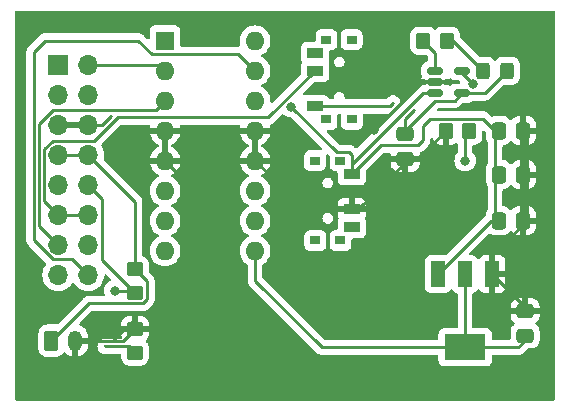
<source format=gbr>
%TF.GenerationSoftware,KiCad,Pcbnew,(7.0.0)*%
%TF.CreationDate,2024-04-03T23:31:09+02:00*%
%TF.ProjectId,p0wer EE3088,70307765-7220-4454-9533-3038382e6b69,rev?*%
%TF.SameCoordinates,Original*%
%TF.FileFunction,Copper,L1,Top*%
%TF.FilePolarity,Positive*%
%FSLAX46Y46*%
G04 Gerber Fmt 4.6, Leading zero omitted, Abs format (unit mm)*
G04 Created by KiCad (PCBNEW (7.0.0)) date 2024-04-03 23:31:09*
%MOMM*%
%LPD*%
G01*
G04 APERTURE LIST*
G04 Aperture macros list*
%AMRoundRect*
0 Rectangle with rounded corners*
0 $1 Rounding radius*
0 $2 $3 $4 $5 $6 $7 $8 $9 X,Y pos of 4 corners*
0 Add a 4 corners polygon primitive as box body*
4,1,4,$2,$3,$4,$5,$6,$7,$8,$9,$2,$3,0*
0 Add four circle primitives for the rounded corners*
1,1,$1+$1,$2,$3*
1,1,$1+$1,$4,$5*
1,1,$1+$1,$6,$7*
1,1,$1+$1,$8,$9*
0 Add four rect primitives between the rounded corners*
20,1,$1+$1,$2,$3,$4,$5,0*
20,1,$1+$1,$4,$5,$6,$7,0*
20,1,$1+$1,$6,$7,$8,$9,0*
20,1,$1+$1,$8,$9,$2,$3,0*%
G04 Aperture macros list end*
%TA.AperFunction,SMDPad,CuDef*%
%ADD10RoundRect,0.250000X-0.325000X-0.450000X0.325000X-0.450000X0.325000X0.450000X-0.325000X0.450000X0*%
%TD*%
%TA.AperFunction,SMDPad,CuDef*%
%ADD11RoundRect,0.250000X0.450000X-0.350000X0.450000X0.350000X-0.450000X0.350000X-0.450000X-0.350000X0*%
%TD*%
%TA.AperFunction,SMDPad,CuDef*%
%ADD12RoundRect,0.250000X0.350000X0.450000X-0.350000X0.450000X-0.350000X-0.450000X0.350000X-0.450000X0*%
%TD*%
%TA.AperFunction,SMDPad,CuDef*%
%ADD13RoundRect,0.250000X-0.350000X-0.450000X0.350000X-0.450000X0.350000X0.450000X-0.350000X0.450000X0*%
%TD*%
%TA.AperFunction,SMDPad,CuDef*%
%ADD14RoundRect,0.250000X-0.337500X-0.475000X0.337500X-0.475000X0.337500X0.475000X-0.337500X0.475000X0*%
%TD*%
%TA.AperFunction,SMDPad,CuDef*%
%ADD15RoundRect,0.250000X-0.475000X0.337500X-0.475000X-0.337500X0.475000X-0.337500X0.475000X0.337500X0*%
%TD*%
%TA.AperFunction,SMDPad,CuDef*%
%ADD16RoundRect,0.150000X-0.512500X-0.150000X0.512500X-0.150000X0.512500X0.150000X-0.512500X0.150000X0*%
%TD*%
%TA.AperFunction,ComponentPad*%
%ADD17O,1.600000X1.600000*%
%TD*%
%TA.AperFunction,ComponentPad*%
%ADD18R,1.600000X1.600000*%
%TD*%
%TA.AperFunction,SMDPad,CuDef*%
%ADD19R,3.500000X2.200000*%
%TD*%
%TA.AperFunction,SMDPad,CuDef*%
%ADD20R,1.200000X2.200000*%
%TD*%
%TA.AperFunction,SMDPad,CuDef*%
%ADD21R,0.850000X0.750000*%
%TD*%
%TA.AperFunction,SMDPad,CuDef*%
%ADD22R,1.400000X0.900000*%
%TD*%
%TA.AperFunction,ComponentPad*%
%ADD23R,1.700000X1.700000*%
%TD*%
%TA.AperFunction,ComponentPad*%
%ADD24O,1.700000X1.700000*%
%TD*%
%TA.AperFunction,ComponentPad*%
%ADD25RoundRect,0.250000X-0.350000X-0.625000X0.350000X-0.625000X0.350000X0.625000X-0.350000X0.625000X0*%
%TD*%
%TA.AperFunction,ComponentPad*%
%ADD26O,1.200000X1.750000*%
%TD*%
%TA.AperFunction,ViaPad*%
%ADD27C,0.800000*%
%TD*%
%TA.AperFunction,ViaPad*%
%ADD28C,0.300000*%
%TD*%
%TA.AperFunction,Conductor*%
%ADD29C,0.250000*%
%TD*%
G04 APERTURE END LIST*
D10*
%TO.P,D1,1,K*%
%TO.N,Net-(D1-K)*%
X148835000Y-38100000D03*
%TO.P,D1,2,A*%
%TO.N,Net-(D1-A)*%
X150885000Y-38100000D03*
%TD*%
D11*
%TO.P,R4,1*%
%TO.N,BATT Level*%
X119380000Y-61960000D03*
%TO.P,R4,2*%
%TO.N,GND*%
X119380000Y-59960000D03*
%TD*%
%TO.P,R3,1*%
%TO.N,BATT Level*%
X119380000Y-56880000D03*
%TO.P,R3,2*%
%TO.N,BATT Vin*%
X119380000Y-54880000D03*
%TD*%
D12*
%TO.P,R2,1*%
%TO.N,Net-(U3-PROG)*%
X147680000Y-43180000D03*
%TO.P,R2,2*%
%TO.N,GND*%
X145680000Y-43180000D03*
%TD*%
D13*
%TO.P,R1,1*%
%TO.N,STAT*%
X143780000Y-35560000D03*
%TO.P,R1,2*%
%TO.N,Net-(D1-K)*%
X145780000Y-35560000D03*
%TD*%
D14*
%TO.P,C9,1*%
%TO.N,BATT Vin*%
X150172500Y-43180000D03*
%TO.P,C9,2*%
%TO.N,GND*%
X152247500Y-43180000D03*
%TD*%
D15*
%TO.P,C8,1*%
%TO.N,Net-(D1-A)*%
X142240000Y-43492500D03*
%TO.P,C8,2*%
%TO.N,GND*%
X142240000Y-45567500D03*
%TD*%
D14*
%TO.P,C7,1*%
%TO.N,BATT Vin*%
X150172500Y-46910000D03*
%TO.P,C7,2*%
%TO.N,GND*%
X152247500Y-46910000D03*
%TD*%
D15*
%TO.P,C2,1*%
%TO.N,GND*%
X152400000Y-58447500D03*
%TO.P,C2,2*%
%TO.N,3V3*%
X152400000Y-60522500D03*
%TD*%
D14*
%TO.P,C1,1*%
%TO.N,BATT Vin*%
X150172500Y-50800000D03*
%TO.P,C1,2*%
%TO.N,GND*%
X152247500Y-50800000D03*
%TD*%
D16*
%TO.P,U3,5,PROG*%
%TO.N,Net-(U3-PROG)*%
X147055000Y-38100000D03*
%TO.P,U3,4,V_{DD}*%
%TO.N,Net-(D1-A)*%
X147055000Y-40000000D03*
%TO.P,U3,3,V_{BAT}*%
%TO.N,BATT Vin*%
X144780000Y-40000000D03*
%TO.P,U3,2,V_{SS}*%
%TO.N,GND*%
X144780000Y-39050000D03*
%TO.P,U3,1,STAT*%
%TO.N,STAT*%
X144780000Y-38100000D03*
%TD*%
D17*
%TO.P,U2,16,VCC1*%
%TO.N,BATT Vin*%
X129539999Y-35559999D03*
%TO.P,U2,15,4A*%
%TO.N,PC6-9_PWM4*%
X129539999Y-38099999D03*
%TO.P,U2,14,4Y*%
%TO.N,Motor2_B*%
X129539999Y-40639999D03*
%TO.P,U2,13,GND*%
%TO.N,GND*%
X129539999Y-43179999D03*
%TO.P,U2,12,GND*%
X129539999Y-45719999D03*
%TO.P,U2,11,3Y*%
%TO.N,Motor2_A*%
X129539999Y-48259999D03*
%TO.P,U2,10,3A*%
%TO.N,PC6-9_PWM3*%
X129539999Y-50799999D03*
%TO.P,U2,9,EN3\u002C4*%
%TO.N,3V3*%
X129539999Y-53339999D03*
%TO.P,U2,8,VCC2*%
%TO.N,BATT Vin*%
X121919999Y-53339999D03*
%TO.P,U2,7,2A*%
%TO.N,PC6-9_PWM2*%
X121919999Y-50799999D03*
%TO.P,U2,6,2Y*%
%TO.N,Motor1_B*%
X121919999Y-48259999D03*
%TO.P,U2,5,GND*%
%TO.N,GND*%
X121919999Y-45719999D03*
%TO.P,U2,4,GND*%
X121919999Y-43179999D03*
%TO.P,U2,3,1Y*%
%TO.N,Motor1_A*%
X121919999Y-40639999D03*
%TO.P,U2,2,1A*%
%TO.N,PC6-9_PWM1*%
X121919999Y-38099999D03*
D18*
%TO.P,U2,1,EN1\u002C2*%
%TO.N,3V3*%
X121919999Y-35559999D03*
%TD*%
D19*
%TO.P,U1,4,VOUT*%
%TO.N,3V3*%
X147319999Y-61519999D03*
D20*
%TO.P,U1,3,INPUT*%
%TO.N,BATT Vin*%
X145019999Y-55319999D03*
%TO.P,U1,2,OUTPUT*%
%TO.N,3V3*%
X147319999Y-55319999D03*
%TO.P,U1,1,GND*%
%TO.N,GND*%
X149619999Y-55319999D03*
%TD*%
D21*
%TO.P,SW3,7*%
%TO.N,N/C*%
X137711999Y-35474999D03*
%TO.P,SW3,6*%
X135586999Y-35474999D03*
%TO.P,SW3,5*%
X137736999Y-42224999D03*
%TO.P,SW3,4*%
X135586999Y-42224999D03*
D22*
%TO.P,SW3,3,C*%
%TO.N,unconnected-(SW3-C-Pad3)*%
X134619999Y-36599999D03*
%TO.P,SW3,2,B*%
%TO.N,Vin*%
X134619999Y-38099999D03*
%TO.P,SW3,1,A*%
%TO.N,Net-(D1-A)*%
X134619999Y-41099999D03*
%TD*%
D21*
%TO.P,SW1,7*%
%TO.N,N/C*%
X134644999Y-52469999D03*
%TO.P,SW1,6*%
X136769999Y-52469999D03*
%TO.P,SW1,5*%
X134619999Y-45719999D03*
%TO.P,SW1,4*%
X136769999Y-45719999D03*
D22*
%TO.P,SW1,3,C*%
%TO.N,unconnected-(SW1-C-Pad3)*%
X137736999Y-51344999D03*
%TO.P,SW1,2,B*%
%TO.N,GND*%
X137736999Y-49844999D03*
%TO.P,SW1,1,A*%
%TO.N,BATT Vin*%
X137736999Y-46844999D03*
%TD*%
D23*
%TO.P,J2,1,Pin_1*%
%TO.N,Motor2_A*%
X112879999Y-37609999D03*
D24*
%TO.P,J2,2,Pin_2*%
%TO.N,PC6-9_PWM1*%
X115419999Y-37609999D03*
%TO.P,J2,3,Pin_3*%
%TO.N,Motor2_B*%
X112879999Y-40149999D03*
%TO.P,J2,4,Pin_4*%
%TO.N,PC6-9_PWM2*%
X115419999Y-40149999D03*
%TO.P,J2,5,Pin_5*%
%TO.N,GND*%
X112879999Y-42689999D03*
%TO.P,J2,6,Pin_6*%
X115419999Y-42689999D03*
%TO.P,J2,7,Pin_7*%
%TO.N,BATT Vin*%
X112879999Y-45229999D03*
%TO.P,J2,8,Pin_8*%
X115419999Y-45229999D03*
%TO.P,J2,9,Pin_9*%
%TO.N,PD7*%
X112879999Y-47769999D03*
%TO.P,J2,10,Pin_10*%
%TO.N,BATT Level*%
X115419999Y-47769999D03*
%TO.P,J2,11,Pin_11*%
%TO.N,Vin*%
X112879999Y-50309999D03*
%TO.P,J2,12,Pin_12*%
X115419999Y-50309999D03*
%TO.P,J2,13,Pin_13*%
%TO.N,Motor1_A*%
X112879999Y-52849999D03*
%TO.P,J2,14,Pin_14*%
%TO.N,PC6-9_PWM3*%
X115419999Y-52849999D03*
%TO.P,J2,15,Pin_15*%
%TO.N,Motor1_B*%
X112879999Y-55389999D03*
%TO.P,J2,16,Pin_16*%
%TO.N,PC6-9_PWM4*%
X115419999Y-55389999D03*
%TD*%
D25*
%TO.P,J1,1,Pin_1*%
%TO.N,BATT Vin*%
X112300000Y-60960000D03*
D26*
%TO.P,J1,2,Pin_2*%
%TO.N,GND*%
X114299999Y-60959999D03*
%TD*%
D27*
%TO.N,Net-(U3-PROG)*%
X147320000Y-45720000D03*
X147974679Y-39220750D03*
D28*
%TO.N,BATT Level*%
X116840000Y-61434500D03*
D27*
X117672300Y-56712300D03*
D28*
%TO.N,Net-(D1-A)*%
X143001437Y-41401436D03*
%TO.N,GND*%
X117376157Y-41914499D03*
%TO.N,Net-(D1-A)*%
X141207752Y-40828430D03*
D27*
%TO.N,GND*%
X139613614Y-43093614D03*
X124460000Y-53340000D03*
%TO.N,BATT Vin*%
X132592300Y-41152300D03*
%TD*%
D29*
%TO.N,Net-(U3-PROG)*%
X147320000Y-45720000D02*
X147320000Y-43540000D01*
X147320000Y-43540000D02*
X147680000Y-43180000D01*
X147055000Y-38301071D02*
X147974679Y-39220750D01*
X147055000Y-38100000D02*
X147055000Y-38301071D01*
%TO.N,BATT Level*%
X119212300Y-56712300D02*
X119380000Y-56880000D01*
X117672300Y-56712300D02*
X119212300Y-56712300D01*
X118854500Y-61434500D02*
X116840000Y-61434500D01*
X119380000Y-61960000D02*
X118854500Y-61434500D01*
%TO.N,Net-(D1-A)*%
X142240000Y-42162873D02*
X143001437Y-41401436D01*
X142240000Y-43492500D02*
X142240000Y-42162873D01*
X142240000Y-43180000D02*
X142240000Y-43492500D01*
X144795000Y-40625000D02*
X142240000Y-43180000D01*
%TO.N,BATT Vin*%
X120405000Y-55905000D02*
X119380000Y-54880000D01*
X120405000Y-57468173D02*
X120405000Y-55905000D01*
X120068173Y-57805000D02*
X120405000Y-57468173D01*
X115455000Y-57805000D02*
X120068173Y-57805000D01*
X112300000Y-60960000D02*
X115455000Y-57805000D01*
%TO.N,GND*%
X116600656Y-42690000D02*
X117376157Y-41914499D01*
X115420000Y-42690000D02*
X116600656Y-42690000D01*
%TO.N,BATT Vin*%
X140177000Y-44405000D02*
X137737000Y-46845000D01*
X143353173Y-44405000D02*
X140177000Y-44405000D01*
X143755000Y-44003173D02*
X143353173Y-44405000D01*
X148835000Y-42155000D02*
X144355431Y-42155000D01*
X149860000Y-50800000D02*
X149860000Y-43180000D01*
X149540000Y-50800000D02*
X149860000Y-50800000D01*
X149860000Y-43180000D02*
X148835000Y-42155000D01*
X143755000Y-42755431D02*
X143755000Y-44003173D01*
X145020000Y-55320000D02*
X149540000Y-50800000D01*
X144355431Y-42155000D02*
X143755000Y-42755431D01*
X119380000Y-49190000D02*
X115420000Y-45230000D01*
X119380000Y-54880000D02*
X119380000Y-49190000D01*
%TO.N,BATT Level*%
X116595000Y-54095000D02*
X119380000Y-56880000D01*
X116595000Y-48945000D02*
X116595000Y-54095000D01*
X115420000Y-47770000D02*
X116595000Y-48945000D01*
%TO.N,GND*%
X118380000Y-60960000D02*
X114300000Y-60960000D01*
X119380000Y-59960000D02*
X118380000Y-60960000D01*
%TO.N,Net-(U3-PROG)*%
X147680000Y-43180000D02*
X147680000Y-42989500D01*
%TO.N,STAT*%
X144780000Y-36560000D02*
X143780000Y-35560000D01*
X144780000Y-38100000D02*
X144780000Y-36560000D01*
%TO.N,GND*%
X143292500Y-45567500D02*
X142240000Y-45567500D01*
X145680000Y-43180000D02*
X143292500Y-45567500D01*
%TO.N,Net-(D1-K)*%
X148835000Y-38100000D02*
X146295000Y-35560000D01*
X146295000Y-35560000D02*
X145780000Y-35560000D01*
%TO.N,Net-(D1-A)*%
X148985000Y-40000000D02*
X147055000Y-40000000D01*
X150885000Y-38100000D02*
X148985000Y-40000000D01*
%TO.N,PC6-9_PWM4*%
X128125000Y-36685000D02*
X129540000Y-38100000D01*
X119670000Y-35560000D02*
X120795000Y-36685000D01*
X111760000Y-35560000D02*
X119670000Y-35560000D01*
X110805000Y-36515000D02*
X111760000Y-35560000D01*
X120795000Y-36685000D02*
X128125000Y-36685000D01*
X110805000Y-52436701D02*
X110805000Y-36515000D01*
X112393299Y-54025000D02*
X110805000Y-52436701D01*
X114055000Y-54025000D02*
X112393299Y-54025000D01*
X115420000Y-55390000D02*
X114055000Y-54025000D01*
%TO.N,Net-(D1-A)*%
X140936182Y-41100000D02*
X141207752Y-40828430D01*
X134620000Y-41100000D02*
X140936182Y-41100000D01*
%TO.N,Motor1_A*%
X111255000Y-51225000D02*
X112880000Y-52850000D01*
X111255000Y-42653299D02*
X111255000Y-51225000D01*
X112468300Y-41439999D02*
X111255000Y-42653299D01*
X121120001Y-41439999D02*
X112468300Y-41439999D01*
X121920000Y-40640000D02*
X121120001Y-41439999D01*
%TO.N,GND*%
X138275000Y-49845000D02*
X142240000Y-45880000D01*
X137737000Y-49845000D02*
X138275000Y-49845000D01*
X143657228Y-39050000D02*
X139613614Y-43093614D01*
X144780000Y-39050000D02*
X143657228Y-39050000D01*
%TO.N,BATT Vin*%
X137737000Y-45994827D02*
X143731827Y-40000000D01*
X137737000Y-46845000D02*
X137737000Y-45994827D01*
X143731827Y-40000000D02*
X144780000Y-40000000D01*
%TO.N,Net-(D1-A)*%
X146430000Y-40625000D02*
X147055000Y-40000000D01*
X144795000Y-40625000D02*
X146430000Y-40625000D01*
%TO.N,GND*%
X124460000Y-48260000D02*
X121920000Y-45720000D01*
X124460000Y-53340000D02*
X124460000Y-48260000D01*
%TO.N,BATT Vin*%
X136460000Y-45020000D02*
X132592300Y-41152300D01*
X137520000Y-45020000D02*
X136460000Y-45020000D01*
X137737000Y-45237000D02*
X137520000Y-45020000D01*
X137737000Y-46845000D02*
X137737000Y-45237000D01*
%TO.N,Vin*%
X115906701Y-44055000D02*
X112393299Y-44055000D01*
X111705000Y-44743299D02*
X111705000Y-49135000D01*
X117906701Y-42055000D02*
X115906701Y-44055000D01*
X112393299Y-44055000D02*
X111705000Y-44743299D01*
X111705000Y-49135000D02*
X112880000Y-50310000D01*
X130665000Y-42055000D02*
X117906701Y-42055000D01*
X134620000Y-38100000D02*
X130665000Y-42055000D01*
%TO.N,3V3*%
X135180000Y-61520000D02*
X147320000Y-61520000D01*
X129540000Y-55880000D02*
X135180000Y-61520000D01*
X129540000Y-53340000D02*
X129540000Y-55880000D01*
%TO.N,PC6-9_PWM1*%
X121430000Y-37610000D02*
X121920000Y-38100000D01*
X115420000Y-37610000D02*
X121430000Y-37610000D01*
%TO.N,GND*%
X121920000Y-43180000D02*
X129540000Y-43180000D01*
X133665000Y-49845000D02*
X129540000Y-45720000D01*
X137737000Y-49845000D02*
X133665000Y-49845000D01*
X117480000Y-60960000D02*
X114300000Y-60960000D01*
X119380000Y-59060000D02*
X117480000Y-60960000D01*
%TO.N,BATT Vin*%
X112880000Y-45230000D02*
X115420000Y-45230000D01*
%TO.N,Vin*%
X112880000Y-50310000D02*
X115420000Y-50310000D01*
%TO.N,GND*%
X112880000Y-42690000D02*
X115420000Y-42690000D01*
X121920000Y-43180000D02*
X121920000Y-45720000D01*
X129540000Y-45720000D02*
X129540000Y-43180000D01*
%TO.N,3V3*%
X147320000Y-61520000D02*
X147320000Y-55320000D01*
X151840000Y-61520000D02*
X152400000Y-60960000D01*
X147320000Y-61520000D02*
X151840000Y-61520000D01*
%TO.N,GND*%
X152310000Y-58010000D02*
X152400000Y-58010000D01*
X149620000Y-55320000D02*
X152310000Y-58010000D01*
X152560000Y-43340000D02*
X152400000Y-43180000D01*
X152560000Y-48260000D02*
X152560000Y-46910000D01*
X152560000Y-48260000D02*
X152560000Y-43340000D01*
X152560000Y-50800000D02*
X152560000Y-48260000D01*
X149620000Y-53740000D02*
X152560000Y-50800000D01*
X149620000Y-55320000D02*
X149620000Y-53740000D01*
%TD*%
%TA.AperFunction,Conductor*%
%TO.N,GND*%
G36*
X136749500Y-41742113D02*
G01*
X136794887Y-41787500D01*
X136811500Y-41849500D01*
X136811500Y-42644560D01*
X136811500Y-42644578D01*
X136811501Y-42647872D01*
X136811853Y-42651150D01*
X136811854Y-42651161D01*
X136817079Y-42699768D01*
X136817080Y-42699773D01*
X136817909Y-42707483D01*
X136820619Y-42714749D01*
X136820620Y-42714753D01*
X136851959Y-42798777D01*
X136868204Y-42842331D01*
X136873518Y-42849430D01*
X136873519Y-42849431D01*
X136946269Y-42946613D01*
X136954454Y-42957546D01*
X137069669Y-43043796D01*
X137204517Y-43094091D01*
X137264127Y-43100500D01*
X138209872Y-43100499D01*
X138269483Y-43094091D01*
X138404331Y-43043796D01*
X138519546Y-42957546D01*
X138605796Y-42842331D01*
X138656091Y-42707483D01*
X138662500Y-42647873D01*
X138662499Y-41849499D01*
X138679112Y-41787500D01*
X138724499Y-41742113D01*
X138786499Y-41725500D01*
X140822373Y-41725500D01*
X140878668Y-41739015D01*
X140922691Y-41776615D01*
X140944846Y-41830102D01*
X140940304Y-41887818D01*
X140910054Y-41937181D01*
X138203594Y-44643641D01*
X138148007Y-44675735D01*
X138083819Y-44675735D01*
X138028232Y-44643641D01*
X138017286Y-44632695D01*
X138009842Y-44624514D01*
X138005786Y-44618123D01*
X137956775Y-44572098D01*
X137953978Y-44569387D01*
X137937227Y-44552636D01*
X137934471Y-44549880D01*
X137931290Y-44547412D01*
X137922414Y-44539830D01*
X137896269Y-44515278D01*
X137896267Y-44515276D01*
X137890582Y-44509938D01*
X137883749Y-44506182D01*
X137883743Y-44506177D01*
X137873025Y-44500285D01*
X137856766Y-44489606D01*
X137847095Y-44482104D01*
X137847092Y-44482102D01*
X137840936Y-44477327D01*
X137833779Y-44474229D01*
X137833776Y-44474228D01*
X137800849Y-44459978D01*
X137790363Y-44454841D01*
X137758932Y-44437562D01*
X137758923Y-44437558D01*
X137752092Y-44433803D01*
X137744535Y-44431862D01*
X137744531Y-44431861D01*
X137732688Y-44428820D01*
X137714284Y-44422519D01*
X137703057Y-44417660D01*
X137703050Y-44417658D01*
X137695896Y-44414562D01*
X137688192Y-44413341D01*
X137688190Y-44413341D01*
X137652759Y-44407729D01*
X137641324Y-44405361D01*
X137606571Y-44396438D01*
X137606563Y-44396437D01*
X137599019Y-44394500D01*
X137591223Y-44394500D01*
X137578983Y-44394500D01*
X137559597Y-44392974D01*
X137539804Y-44389840D01*
X137532038Y-44390574D01*
X137532035Y-44390574D01*
X137496324Y-44393950D01*
X137484655Y-44394500D01*
X136770452Y-44394500D01*
X136722999Y-44385061D01*
X136682771Y-44358181D01*
X135636771Y-43312180D01*
X135606521Y-43262817D01*
X135601979Y-43205101D01*
X135624134Y-43151614D01*
X135668157Y-43114014D01*
X135724452Y-43100499D01*
X136056561Y-43100499D01*
X136059872Y-43100499D01*
X136119483Y-43094091D01*
X136254331Y-43043796D01*
X136369546Y-42957546D01*
X136455796Y-42842331D01*
X136506091Y-42707483D01*
X136512500Y-42647873D01*
X136512499Y-41849499D01*
X136529112Y-41787500D01*
X136574499Y-41742113D01*
X136636499Y-41725500D01*
X136687500Y-41725500D01*
X136749500Y-41742113D01*
G37*
%TD.AperFunction*%
%TA.AperFunction,Conductor*%
G36*
X115608000Y-42456613D02*
G01*
X115653387Y-42502000D01*
X115670000Y-42564000D01*
X115670000Y-42816000D01*
X115653387Y-42878000D01*
X115608000Y-42923387D01*
X115546000Y-42940000D01*
X112754000Y-42940000D01*
X112692000Y-42923387D01*
X112646613Y-42878000D01*
X112630000Y-42816000D01*
X112630000Y-42564000D01*
X112646613Y-42502000D01*
X112692000Y-42456613D01*
X112754000Y-42440000D01*
X115546000Y-42440000D01*
X115608000Y-42456613D01*
G37*
%TD.AperFunction*%
%TA.AperFunction,Conductor*%
G36*
X154877500Y-33037113D02*
G01*
X154922887Y-33082500D01*
X154939500Y-33144500D01*
X154939500Y-65915500D01*
X154922887Y-65977500D01*
X154877500Y-66022887D01*
X154815500Y-66039500D01*
X109344500Y-66039500D01*
X109282500Y-66022887D01*
X109237113Y-65977500D01*
X109220500Y-65915500D01*
X109220500Y-36495196D01*
X110174840Y-36495196D01*
X110175574Y-36502961D01*
X110175574Y-36502964D01*
X110178950Y-36538676D01*
X110179500Y-36550345D01*
X110179500Y-52358926D01*
X110178978Y-52369981D01*
X110177327Y-52377368D01*
X110177571Y-52385154D01*
X110177571Y-52385162D01*
X110179439Y-52444574D01*
X110179500Y-52448469D01*
X110179500Y-52476051D01*
X110179988Y-52479920D01*
X110179989Y-52479926D01*
X110180004Y-52480044D01*
X110180918Y-52491667D01*
X110182045Y-52527531D01*
X110182046Y-52527538D01*
X110182291Y-52535328D01*
X110184467Y-52542820D01*
X110184468Y-52542822D01*
X110187879Y-52554563D01*
X110191825Y-52573616D01*
X110194336Y-52593493D01*
X110197206Y-52600743D01*
X110197208Y-52600749D01*
X110210414Y-52634105D01*
X110214197Y-52645152D01*
X110226382Y-52687091D01*
X110230353Y-52693806D01*
X110230354Y-52693808D01*
X110236581Y-52704338D01*
X110245136Y-52721800D01*
X110249642Y-52733181D01*
X110249643Y-52733184D01*
X110252514Y-52740433D01*
X110274440Y-52770613D01*
X110278181Y-52775761D01*
X110284593Y-52785523D01*
X110302856Y-52816403D01*
X110302859Y-52816408D01*
X110306830Y-52823121D01*
X110312345Y-52828636D01*
X110320990Y-52837281D01*
X110333626Y-52852075D01*
X110340819Y-52861976D01*
X110340823Y-52861980D01*
X110345406Y-52868288D01*
X110351415Y-52873259D01*
X110351416Y-52873260D01*
X110379058Y-52896127D01*
X110387699Y-52903990D01*
X111834861Y-54351153D01*
X111865970Y-54403266D01*
X111868620Y-54463901D01*
X111842744Y-54517359D01*
X111841505Y-54518599D01*
X111838401Y-54523030D01*
X111838400Y-54523033D01*
X111709073Y-54707731D01*
X111709068Y-54707738D01*
X111705965Y-54712171D01*
X111703677Y-54717077D01*
X111703675Y-54717081D01*
X111608386Y-54921427D01*
X111608383Y-54921432D01*
X111606097Y-54926337D01*
X111604698Y-54931557D01*
X111604694Y-54931569D01*
X111546337Y-55149365D01*
X111546335Y-55149371D01*
X111544937Y-55154592D01*
X111544465Y-55159977D01*
X111544465Y-55159982D01*
X111529294Y-55333385D01*
X111524341Y-55390000D01*
X111524813Y-55395395D01*
X111535590Y-55518580D01*
X111544937Y-55625408D01*
X111546336Y-55630630D01*
X111546337Y-55630634D01*
X111604694Y-55848430D01*
X111604697Y-55848438D01*
X111606097Y-55853663D01*
X111608385Y-55858570D01*
X111608386Y-55858572D01*
X111703678Y-56062927D01*
X111703681Y-56062933D01*
X111705965Y-56067830D01*
X111709064Y-56072257D01*
X111709066Y-56072259D01*
X111838399Y-56256966D01*
X111838402Y-56256970D01*
X111841505Y-56261401D01*
X112008599Y-56428495D01*
X112013031Y-56431598D01*
X112013033Y-56431600D01*
X112069465Y-56471114D01*
X112202170Y-56564035D01*
X112416337Y-56663903D01*
X112644592Y-56725063D01*
X112880000Y-56745659D01*
X113115408Y-56725063D01*
X113343663Y-56663903D01*
X113557830Y-56564035D01*
X113751401Y-56428495D01*
X113918495Y-56261401D01*
X113971495Y-56185710D01*
X114048425Y-56075842D01*
X114092743Y-56036976D01*
X114150000Y-56022965D01*
X114207257Y-56036976D01*
X114251575Y-56075842D01*
X114378395Y-56256961D01*
X114378401Y-56256968D01*
X114381505Y-56261401D01*
X114548599Y-56428495D01*
X114553031Y-56431598D01*
X114553033Y-56431600D01*
X114609465Y-56471114D01*
X114742170Y-56564035D01*
X114956337Y-56663903D01*
X115184592Y-56725063D01*
X115420000Y-56745659D01*
X115655408Y-56725063D01*
X115883663Y-56663903D01*
X116097830Y-56564035D01*
X116291401Y-56428495D01*
X116458495Y-56261401D01*
X116594035Y-56067830D01*
X116693903Y-55853663D01*
X116755063Y-55625408D01*
X116770966Y-55443638D01*
X116796118Y-55378960D01*
X116852084Y-55337924D01*
X116921333Y-55333385D01*
X116982175Y-55366765D01*
X117316171Y-55700761D01*
X117346912Y-55751670D01*
X117350414Y-55811038D01*
X117325870Y-55865209D01*
X117278927Y-55901721D01*
X117225505Y-55925506D01*
X117225500Y-55925508D01*
X117219570Y-55928149D01*
X117214316Y-55931965D01*
X117214311Y-55931969D01*
X117071688Y-56035590D01*
X117071681Y-56035595D01*
X117066429Y-56039412D01*
X117062084Y-56044237D01*
X117062079Y-56044242D01*
X116944113Y-56175256D01*
X116944108Y-56175262D01*
X116939767Y-56180084D01*
X116936522Y-56185704D01*
X116936518Y-56185710D01*
X116848369Y-56338389D01*
X116848366Y-56338394D01*
X116845121Y-56344016D01*
X116843115Y-56350188D01*
X116843113Y-56350194D01*
X116788633Y-56517864D01*
X116788631Y-56517873D01*
X116786626Y-56524044D01*
X116785948Y-56530494D01*
X116785946Y-56530504D01*
X116768262Y-56698764D01*
X116766840Y-56712300D01*
X116767519Y-56718760D01*
X116785946Y-56894095D01*
X116785947Y-56894103D01*
X116786626Y-56900556D01*
X116788631Y-56906728D01*
X116788633Y-56906735D01*
X116824520Y-57017182D01*
X116829062Y-57074898D01*
X116806907Y-57128385D01*
X116762884Y-57165985D01*
X116706589Y-57179500D01*
X115532775Y-57179500D01*
X115521719Y-57178978D01*
X115514333Y-57177327D01*
X115506545Y-57177571D01*
X115506538Y-57177571D01*
X115447127Y-57179439D01*
X115443232Y-57179500D01*
X115415650Y-57179500D01*
X115411805Y-57179985D01*
X115411780Y-57179987D01*
X115411653Y-57180004D01*
X115400034Y-57180918D01*
X115364172Y-57182045D01*
X115364165Y-57182046D01*
X115356373Y-57182291D01*
X115348888Y-57184465D01*
X115348872Y-57184468D01*
X115337126Y-57187881D01*
X115318083Y-57191825D01*
X115305949Y-57193358D01*
X115305948Y-57193358D01*
X115298208Y-57194336D01*
X115290958Y-57197205D01*
X115290951Y-57197208D01*
X115257598Y-57210413D01*
X115246554Y-57214194D01*
X115212101Y-57224204D01*
X115212090Y-57224208D01*
X115204610Y-57226382D01*
X115197898Y-57230351D01*
X115197896Y-57230352D01*
X115187364Y-57236580D01*
X115169904Y-57245134D01*
X115158519Y-57249642D01*
X115158513Y-57249644D01*
X115151268Y-57252514D01*
X115144963Y-57257094D01*
X115144955Y-57257099D01*
X115115932Y-57278185D01*
X115106174Y-57284595D01*
X115075296Y-57302857D01*
X115075290Y-57302861D01*
X115068580Y-57306830D01*
X115063067Y-57312341D01*
X115063060Y-57312348D01*
X115054410Y-57320998D01*
X115039627Y-57333624D01*
X115029726Y-57340817D01*
X115029716Y-57340826D01*
X115023413Y-57345406D01*
X115018444Y-57351411D01*
X115018441Y-57351415D01*
X114995572Y-57379059D01*
X114987711Y-57387697D01*
X112824147Y-59551260D01*
X112778029Y-59580406D01*
X112723864Y-59586936D01*
X112721083Y-59586652D01*
X112703140Y-59584819D01*
X112703123Y-59584818D01*
X112700009Y-59584500D01*
X112696860Y-59584500D01*
X111903141Y-59584500D01*
X111903121Y-59584500D01*
X111899992Y-59584501D01*
X111896860Y-59584820D01*
X111896858Y-59584821D01*
X111803938Y-59594312D01*
X111803928Y-59594313D01*
X111797203Y-59595001D01*
X111790781Y-59597128D01*
X111790776Y-59597130D01*
X111637521Y-59647914D01*
X111637517Y-59647915D01*
X111630666Y-59650186D01*
X111624522Y-59653975D01*
X111624519Y-59653977D01*
X111487488Y-59738497D01*
X111487480Y-59738503D01*
X111481344Y-59742288D01*
X111476242Y-59747389D01*
X111476238Y-59747393D01*
X111362393Y-59861238D01*
X111362389Y-59861242D01*
X111357288Y-59866344D01*
X111353503Y-59872480D01*
X111353497Y-59872488D01*
X111268977Y-60009519D01*
X111265186Y-60015666D01*
X111262915Y-60022517D01*
X111262914Y-60022521D01*
X111213856Y-60170568D01*
X111210001Y-60182203D01*
X111209313Y-60188933D01*
X111209312Y-60188940D01*
X111199819Y-60281859D01*
X111199818Y-60281877D01*
X111199500Y-60284991D01*
X111199500Y-60288138D01*
X111199500Y-60288139D01*
X111199500Y-61631859D01*
X111199500Y-61631878D01*
X111199501Y-61635008D01*
X111199820Y-61638140D01*
X111199821Y-61638141D01*
X111209312Y-61731061D01*
X111209313Y-61731069D01*
X111210001Y-61737797D01*
X111212129Y-61744219D01*
X111212130Y-61744223D01*
X111253487Y-61869030D01*
X111265186Y-61904334D01*
X111272343Y-61915937D01*
X111353497Y-62047511D01*
X111353500Y-62047515D01*
X111357288Y-62053656D01*
X111481344Y-62177712D01*
X111487485Y-62181500D01*
X111487488Y-62181502D01*
X111529638Y-62207500D01*
X111630666Y-62269814D01*
X111797203Y-62324999D01*
X111899991Y-62335500D01*
X112700008Y-62335499D01*
X112802797Y-62324999D01*
X112969334Y-62269814D01*
X113118656Y-62177712D01*
X113242712Y-62053656D01*
X113282095Y-61989804D01*
X113324146Y-61948388D01*
X113380585Y-61931103D01*
X113438620Y-61941871D01*
X113485103Y-61978251D01*
X113496623Y-61992900D01*
X113504735Y-62001408D01*
X113654572Y-62131243D01*
X113664149Y-62138062D01*
X113835846Y-62237191D01*
X113846549Y-62242079D01*
X114033904Y-62306924D01*
X114039488Y-62308279D01*
X114047681Y-62307693D01*
X114050000Y-62297036D01*
X114050000Y-62292181D01*
X114550000Y-62292181D01*
X114552505Y-62303072D01*
X114563679Y-62302939D01*
X114655670Y-62280622D01*
X114666788Y-62276774D01*
X114847121Y-62194419D01*
X114857319Y-62188531D01*
X115018806Y-62073536D01*
X115027703Y-62065827D01*
X115164517Y-61922341D01*
X115171784Y-61913100D01*
X115278971Y-61746314D01*
X115284363Y-61735856D01*
X115358049Y-61551798D01*
X115361362Y-61540515D01*
X115381794Y-61434500D01*
X116184722Y-61434500D01*
X116185626Y-61441945D01*
X116202858Y-61583870D01*
X116202859Y-61583875D01*
X116203763Y-61591318D01*
X116206422Y-61598331D01*
X116206423Y-61598332D01*
X116221520Y-61638141D01*
X116259780Y-61739023D01*
X116349517Y-61869030D01*
X116355126Y-61873999D01*
X116355127Y-61874000D01*
X116439094Y-61948388D01*
X116467760Y-61973783D01*
X116525358Y-62004013D01*
X116593377Y-62039713D01*
X116607635Y-62047196D01*
X116691628Y-62067898D01*
X116750218Y-62082339D01*
X116761015Y-62085000D01*
X116911485Y-62085000D01*
X116918985Y-62085000D01*
X116988372Y-62067898D01*
X117005798Y-62063603D01*
X117035473Y-62060000D01*
X118055501Y-62060000D01*
X118117501Y-62076613D01*
X118162888Y-62122000D01*
X118179501Y-62184000D01*
X118179501Y-62360008D01*
X118179820Y-62363140D01*
X118179821Y-62363141D01*
X118189312Y-62456061D01*
X118189313Y-62456069D01*
X118190001Y-62462797D01*
X118245186Y-62629334D01*
X118248977Y-62635480D01*
X118333497Y-62772511D01*
X118333500Y-62772515D01*
X118337288Y-62778656D01*
X118461344Y-62902712D01*
X118467485Y-62906500D01*
X118467488Y-62906502D01*
X118524558Y-62941702D01*
X118610666Y-62994814D01*
X118777203Y-63049999D01*
X118879991Y-63060500D01*
X119880008Y-63060499D01*
X119982797Y-63049999D01*
X120149334Y-62994814D01*
X120298656Y-62902712D01*
X120422712Y-62778656D01*
X120514814Y-62629334D01*
X120569999Y-62462797D01*
X120580500Y-62360009D01*
X120580499Y-61559992D01*
X120569999Y-61457203D01*
X120514814Y-61290666D01*
X120446144Y-61179334D01*
X120426502Y-61147488D01*
X120426500Y-61147485D01*
X120422712Y-61141344D01*
X120328695Y-61047327D01*
X120296601Y-60991739D01*
X120296601Y-60927552D01*
X120328695Y-60871964D01*
X120417209Y-60783450D01*
X120426109Y-60772194D01*
X120510567Y-60635266D01*
X120516629Y-60622267D01*
X120567375Y-60469125D01*
X120570194Y-60455958D01*
X120579680Y-60363109D01*
X120580000Y-60356832D01*
X120580000Y-60226326D01*
X120576549Y-60213450D01*
X120563674Y-60210000D01*
X118196327Y-60210000D01*
X118183451Y-60213450D01*
X118180001Y-60226326D01*
X118180001Y-60356829D01*
X118180321Y-60363111D01*
X118189805Y-60455959D01*
X118192623Y-60469122D01*
X118243371Y-60622271D01*
X118248187Y-60632598D01*
X118259538Y-60693112D01*
X118240384Y-60751626D01*
X118195446Y-60793714D01*
X118135804Y-60809000D01*
X117035473Y-60809000D01*
X117005798Y-60805397D01*
X116926267Y-60785794D01*
X116926260Y-60785793D01*
X116918985Y-60784000D01*
X116761015Y-60784000D01*
X116753740Y-60785792D01*
X116753732Y-60785794D01*
X116614915Y-60820009D01*
X116614909Y-60820010D01*
X116607635Y-60821804D01*
X116601000Y-60825286D01*
X116600993Y-60825289D01*
X116474406Y-60891728D01*
X116474400Y-60891731D01*
X116467760Y-60895217D01*
X116462148Y-60900187D01*
X116462143Y-60900192D01*
X116355127Y-60994999D01*
X116355122Y-60995003D01*
X116349517Y-60999970D01*
X116345262Y-61006134D01*
X116345257Y-61006140D01*
X116264043Y-61123800D01*
X116264040Y-61123803D01*
X116259780Y-61129977D01*
X116257120Y-61136988D01*
X116257118Y-61136994D01*
X116206423Y-61270667D01*
X116203763Y-61277682D01*
X116202859Y-61285122D01*
X116202858Y-61285129D01*
X116186070Y-61423396D01*
X116184722Y-61434500D01*
X115381794Y-61434500D01*
X115398882Y-61345834D01*
X115400000Y-61334134D01*
X115400000Y-61226326D01*
X115396549Y-61213450D01*
X115383674Y-61210000D01*
X114566326Y-61210000D01*
X114553450Y-61213450D01*
X114550000Y-61226326D01*
X114550000Y-62292181D01*
X114050000Y-62292181D01*
X114050000Y-60834000D01*
X114066613Y-60772000D01*
X114112000Y-60726613D01*
X114174000Y-60710000D01*
X115383674Y-60710000D01*
X115396549Y-60706549D01*
X115400000Y-60693674D01*
X115400000Y-60635550D01*
X115399719Y-60629660D01*
X115385596Y-60481757D01*
X115383369Y-60470206D01*
X115327512Y-60279973D01*
X115323146Y-60269067D01*
X115232295Y-60092840D01*
X115225935Y-60082944D01*
X115103382Y-59927105D01*
X115095264Y-59918591D01*
X114945427Y-59788756D01*
X114935850Y-59781937D01*
X114782974Y-59693674D01*
X118180000Y-59693674D01*
X118183450Y-59706549D01*
X118196326Y-59710000D01*
X119113674Y-59710000D01*
X119126549Y-59706549D01*
X119130000Y-59693674D01*
X119630000Y-59693674D01*
X119633450Y-59706549D01*
X119646326Y-59710000D01*
X120563673Y-59710000D01*
X120576548Y-59706549D01*
X120579999Y-59693674D01*
X120579999Y-59563171D01*
X120579678Y-59556888D01*
X120570194Y-59464040D01*
X120567376Y-59450877D01*
X120516629Y-59297732D01*
X120510567Y-59284733D01*
X120426109Y-59147805D01*
X120417205Y-59136544D01*
X120303455Y-59022794D01*
X120292194Y-59013890D01*
X120155266Y-58929432D01*
X120142267Y-58923370D01*
X119989125Y-58872624D01*
X119975958Y-58869805D01*
X119883109Y-58860319D01*
X119876832Y-58860000D01*
X119646326Y-58860000D01*
X119633450Y-58863450D01*
X119630000Y-58876326D01*
X119630000Y-59693674D01*
X119130000Y-59693674D01*
X119130000Y-58876327D01*
X119126549Y-58863451D01*
X119113674Y-58860001D01*
X118883171Y-58860001D01*
X118876888Y-58860321D01*
X118784040Y-58869805D01*
X118770877Y-58872623D01*
X118617732Y-58923370D01*
X118604733Y-58929432D01*
X118467805Y-59013890D01*
X118456544Y-59022794D01*
X118342794Y-59136544D01*
X118333890Y-59147805D01*
X118249432Y-59284733D01*
X118243370Y-59297732D01*
X118192624Y-59450874D01*
X118189805Y-59464041D01*
X118180319Y-59556890D01*
X118180000Y-59563168D01*
X118180000Y-59693674D01*
X114782974Y-59693674D01*
X114764153Y-59682808D01*
X114753450Y-59677920D01*
X114727600Y-59668973D01*
X114675908Y-59634655D01*
X114647313Y-59579591D01*
X114648974Y-59517566D01*
X114680473Y-59464115D01*
X115677770Y-58466819D01*
X115717999Y-58439939D01*
X115765452Y-58430500D01*
X119990398Y-58430500D01*
X120001453Y-58431021D01*
X120008840Y-58432673D01*
X120076045Y-58430561D01*
X120079941Y-58430500D01*
X120103621Y-58430500D01*
X120107523Y-58430500D01*
X120111486Y-58429999D01*
X120123136Y-58429080D01*
X120166800Y-58427709D01*
X120186034Y-58422119D01*
X120205090Y-58418174D01*
X120224965Y-58415664D01*
X120265568Y-58399587D01*
X120276623Y-58395802D01*
X120318563Y-58383618D01*
X120335802Y-58373422D01*
X120353276Y-58364862D01*
X120364647Y-58360360D01*
X120364649Y-58360358D01*
X120371905Y-58357486D01*
X120407242Y-58331811D01*
X120416997Y-58325403D01*
X120454593Y-58303170D01*
X120468757Y-58289005D01*
X120483552Y-58276368D01*
X120499760Y-58264594D01*
X120527609Y-58230929D01*
X120535452Y-58222310D01*
X120792312Y-57965449D01*
X120800480Y-57958017D01*
X120806877Y-57953959D01*
X120852904Y-57904944D01*
X120855551Y-57902211D01*
X120875120Y-57882644D01*
X120877585Y-57879465D01*
X120885167Y-57870589D01*
X120915062Y-57838755D01*
X120924713Y-57821196D01*
X120935390Y-57804943D01*
X120947673Y-57789109D01*
X120965018Y-57749025D01*
X120970151Y-57738544D01*
X120991197Y-57700265D01*
X120996179Y-57680857D01*
X121002482Y-57662449D01*
X121010437Y-57644069D01*
X121017271Y-57600917D01*
X121019633Y-57589511D01*
X121030500Y-57547192D01*
X121030500Y-57527156D01*
X121032027Y-57507758D01*
X121033939Y-57495686D01*
X121033938Y-57495686D01*
X121035160Y-57487977D01*
X121031050Y-57444497D01*
X121030500Y-57432828D01*
X121030500Y-55982775D01*
X121031021Y-55971719D01*
X121032673Y-55964333D01*
X121030561Y-55897127D01*
X121030500Y-55893232D01*
X121030500Y-55869541D01*
X121030500Y-55865650D01*
X121029998Y-55861677D01*
X121029080Y-55850018D01*
X121027954Y-55814173D01*
X121027709Y-55806373D01*
X121022120Y-55787140D01*
X121018174Y-55768083D01*
X121016641Y-55755944D01*
X121015664Y-55748208D01*
X120999582Y-55707591D01*
X120995803Y-55696551D01*
X120985795Y-55662102D01*
X120985793Y-55662099D01*
X120983618Y-55654610D01*
X120973417Y-55637360D01*
X120964863Y-55619901D01*
X120957486Y-55601268D01*
X120931808Y-55565925D01*
X120925401Y-55556171D01*
X120907142Y-55525296D01*
X120907141Y-55525294D01*
X120903170Y-55518580D01*
X120889004Y-55504414D01*
X120876370Y-55489622D01*
X120864594Y-55473413D01*
X120858583Y-55468440D01*
X120858581Y-55468438D01*
X120830941Y-55445573D01*
X120822300Y-55437710D01*
X120616818Y-55232228D01*
X120589938Y-55192000D01*
X120580499Y-55144547D01*
X120580499Y-54483141D01*
X120580499Y-54483140D01*
X120580499Y-54479992D01*
X120569999Y-54377203D01*
X120514814Y-54210666D01*
X120449860Y-54105358D01*
X120426502Y-54067488D01*
X120426500Y-54067485D01*
X120422712Y-54061344D01*
X120298656Y-53937288D01*
X120292515Y-53933500D01*
X120292511Y-53933497D01*
X120155480Y-53848977D01*
X120149334Y-53845186D01*
X120142482Y-53842915D01*
X120142479Y-53842914D01*
X120090496Y-53825689D01*
X120046171Y-53799810D01*
X120016123Y-53758198D01*
X120005500Y-53707983D01*
X120005500Y-53340000D01*
X120614532Y-53340000D01*
X120615004Y-53345395D01*
X120619737Y-53399500D01*
X120634365Y-53566692D01*
X120635762Y-53571907D01*
X120635764Y-53571916D01*
X120691858Y-53781263D01*
X120691861Y-53781271D01*
X120693261Y-53786496D01*
X120695549Y-53791403D01*
X120695550Y-53791405D01*
X120726370Y-53857498D01*
X120789432Y-53992734D01*
X120792539Y-53997171D01*
X120792540Y-53997173D01*
X120837473Y-54061344D01*
X120919953Y-54179139D01*
X121080861Y-54340047D01*
X121267266Y-54470568D01*
X121473504Y-54566739D01*
X121693308Y-54625635D01*
X121920000Y-54645468D01*
X122146692Y-54625635D01*
X122366496Y-54566739D01*
X122572734Y-54470568D01*
X122759139Y-54340047D01*
X122920047Y-54179139D01*
X123050568Y-53992734D01*
X123146739Y-53786496D01*
X123205635Y-53566692D01*
X123225468Y-53340000D01*
X123205635Y-53113308D01*
X123146739Y-52893504D01*
X123050568Y-52687266D01*
X122920047Y-52500861D01*
X122759139Y-52339953D01*
X122682627Y-52286379D01*
X122577173Y-52212540D01*
X122577171Y-52212539D01*
X122572734Y-52209432D01*
X122514724Y-52182381D01*
X122462549Y-52136625D01*
X122443130Y-52070000D01*
X122462549Y-52003375D01*
X122514725Y-51957618D01*
X122572734Y-51930568D01*
X122759139Y-51800047D01*
X122920047Y-51639139D01*
X123050568Y-51452734D01*
X123146739Y-51246496D01*
X123205635Y-51026692D01*
X123225468Y-50800000D01*
X123205635Y-50573308D01*
X123177515Y-50468361D01*
X123148141Y-50358736D01*
X123148140Y-50358734D01*
X123146739Y-50353504D01*
X123050568Y-50147266D01*
X122920047Y-49960861D01*
X122759139Y-49799953D01*
X122669793Y-49737393D01*
X122577173Y-49672540D01*
X122577171Y-49672539D01*
X122572734Y-49669432D01*
X122514724Y-49642381D01*
X122462549Y-49596625D01*
X122443130Y-49530000D01*
X122462549Y-49463375D01*
X122514725Y-49417618D01*
X122572734Y-49390568D01*
X122759139Y-49260047D01*
X122920047Y-49099139D01*
X123050568Y-48912734D01*
X123146739Y-48706496D01*
X123205635Y-48486692D01*
X123225468Y-48260000D01*
X123205635Y-48033308D01*
X123199792Y-48011503D01*
X123148141Y-47818736D01*
X123148140Y-47818734D01*
X123146739Y-47813504D01*
X123050568Y-47607266D01*
X122920047Y-47420861D01*
X122759139Y-47259953D01*
X122572734Y-47129432D01*
X122567831Y-47127145D01*
X122567823Y-47127141D01*
X122514134Y-47102106D01*
X122461958Y-47056349D01*
X122442539Y-46989723D01*
X122461959Y-46923098D01*
X122514135Y-46877341D01*
X122567585Y-46852417D01*
X122576912Y-46847032D01*
X122754381Y-46722767D01*
X122762647Y-46715830D01*
X122915830Y-46562647D01*
X122922767Y-46554381D01*
X123047032Y-46376912D01*
X123052420Y-46367580D01*
X123143977Y-46171234D01*
X123147669Y-46161092D01*
X123195179Y-45983780D01*
X123195547Y-45972551D01*
X123184605Y-45970000D01*
X120655395Y-45970000D01*
X120644452Y-45972551D01*
X120644820Y-45983780D01*
X120692330Y-46161092D01*
X120696022Y-46171234D01*
X120787579Y-46367580D01*
X120792967Y-46376912D01*
X120917232Y-46554381D01*
X120924169Y-46562647D01*
X121077352Y-46715830D01*
X121085618Y-46722767D01*
X121263087Y-46847032D01*
X121272423Y-46852422D01*
X121325864Y-46877342D01*
X121378040Y-46923098D01*
X121397460Y-46989723D01*
X121378041Y-47056348D01*
X121325865Y-47102106D01*
X121267266Y-47129432D01*
X121262833Y-47132535D01*
X121262826Y-47132540D01*
X121085296Y-47256847D01*
X121085291Y-47256850D01*
X121080861Y-47259953D01*
X121077037Y-47263776D01*
X121077031Y-47263782D01*
X120923782Y-47417031D01*
X120923776Y-47417037D01*
X120919953Y-47420861D01*
X120916850Y-47425291D01*
X120916847Y-47425296D01*
X120792540Y-47602826D01*
X120792535Y-47602833D01*
X120789432Y-47607266D01*
X120787144Y-47612172D01*
X120787142Y-47612176D01*
X120695550Y-47808594D01*
X120695547Y-47808599D01*
X120693261Y-47813504D01*
X120691862Y-47818724D01*
X120691858Y-47818736D01*
X120635764Y-48028083D01*
X120635762Y-48028094D01*
X120634365Y-48033308D01*
X120633893Y-48038693D01*
X120633893Y-48038698D01*
X120616104Y-48242032D01*
X120614532Y-48260000D01*
X120615004Y-48265395D01*
X120628265Y-48416976D01*
X120634365Y-48486692D01*
X120635762Y-48491907D01*
X120635764Y-48491916D01*
X120691858Y-48701263D01*
X120691861Y-48701271D01*
X120693261Y-48706496D01*
X120695549Y-48711403D01*
X120695550Y-48711405D01*
X120717470Y-48758413D01*
X120789432Y-48912734D01*
X120792539Y-48917171D01*
X120792540Y-48917173D01*
X120811349Y-48944035D01*
X120919953Y-49099139D01*
X121080861Y-49260047D01*
X121267266Y-49390568D01*
X121272172Y-49392855D01*
X121272176Y-49392858D01*
X121325274Y-49417618D01*
X121377450Y-49463375D01*
X121396869Y-49530000D01*
X121377450Y-49596625D01*
X121325274Y-49642382D01*
X121272176Y-49667141D01*
X121272163Y-49667148D01*
X121267266Y-49669432D01*
X121262833Y-49672535D01*
X121262826Y-49672540D01*
X121085296Y-49796847D01*
X121085291Y-49796850D01*
X121080861Y-49799953D01*
X121077037Y-49803776D01*
X121077031Y-49803782D01*
X120923782Y-49957031D01*
X120923776Y-49957037D01*
X120919953Y-49960861D01*
X120916850Y-49965291D01*
X120916847Y-49965296D01*
X120792540Y-50142826D01*
X120792535Y-50142833D01*
X120789432Y-50147266D01*
X120787144Y-50152172D01*
X120787142Y-50152176D01*
X120695550Y-50348594D01*
X120695547Y-50348599D01*
X120693261Y-50353504D01*
X120691862Y-50358724D01*
X120691858Y-50358736D01*
X120635764Y-50568083D01*
X120635762Y-50568094D01*
X120634365Y-50573308D01*
X120633893Y-50578693D01*
X120633893Y-50578698D01*
X120622017Y-50714446D01*
X120614532Y-50800000D01*
X120615004Y-50805395D01*
X120632397Y-51004207D01*
X120634365Y-51026692D01*
X120635762Y-51031907D01*
X120635764Y-51031916D01*
X120691858Y-51241263D01*
X120691861Y-51241271D01*
X120693261Y-51246496D01*
X120789432Y-51452734D01*
X120919953Y-51639139D01*
X121080861Y-51800047D01*
X121267266Y-51930568D01*
X121272172Y-51932855D01*
X121272176Y-51932858D01*
X121325274Y-51957618D01*
X121377450Y-52003375D01*
X121396869Y-52070000D01*
X121377450Y-52136625D01*
X121325274Y-52182382D01*
X121272176Y-52207141D01*
X121272163Y-52207148D01*
X121267266Y-52209432D01*
X121262833Y-52212535D01*
X121262826Y-52212540D01*
X121085296Y-52336847D01*
X121085291Y-52336850D01*
X121080861Y-52339953D01*
X121077037Y-52343776D01*
X121077031Y-52343782D01*
X120923782Y-52497031D01*
X120923776Y-52497037D01*
X120919953Y-52500861D01*
X120916850Y-52505291D01*
X120916847Y-52505296D01*
X120792540Y-52682826D01*
X120792535Y-52682833D01*
X120789432Y-52687266D01*
X120787144Y-52692172D01*
X120787142Y-52692176D01*
X120695550Y-52888594D01*
X120695547Y-52888599D01*
X120693261Y-52893504D01*
X120691862Y-52898724D01*
X120691858Y-52898736D01*
X120635764Y-53108083D01*
X120635762Y-53108094D01*
X120634365Y-53113308D01*
X120633893Y-53118693D01*
X120633893Y-53118698D01*
X120626093Y-53207858D01*
X120614532Y-53340000D01*
X120005500Y-53340000D01*
X120005500Y-49267775D01*
X120006021Y-49256719D01*
X120007673Y-49249333D01*
X120005561Y-49182113D01*
X120005500Y-49178219D01*
X120005500Y-49154542D01*
X120005500Y-49150650D01*
X120004998Y-49146683D01*
X120004081Y-49135026D01*
X120002710Y-49091373D01*
X119997118Y-49072128D01*
X119993174Y-49053083D01*
X119990664Y-49033208D01*
X119974579Y-48992583D01*
X119970806Y-48981562D01*
X119958618Y-48939610D01*
X119948417Y-48922360D01*
X119939863Y-48904901D01*
X119932486Y-48886268D01*
X119906808Y-48850925D01*
X119900401Y-48841171D01*
X119882142Y-48810296D01*
X119882141Y-48810294D01*
X119878170Y-48803580D01*
X119864004Y-48789414D01*
X119851370Y-48774622D01*
X119839594Y-48758413D01*
X119833583Y-48753440D01*
X119833581Y-48753438D01*
X119805941Y-48730573D01*
X119797300Y-48722710D01*
X116760237Y-45685646D01*
X116728143Y-45630058D01*
X116728143Y-45565876D01*
X116754516Y-45467448D01*
X120644452Y-45467448D01*
X120655395Y-45470000D01*
X121653674Y-45470000D01*
X121666549Y-45466549D01*
X121670000Y-45453674D01*
X122170000Y-45453674D01*
X122173450Y-45466549D01*
X122186326Y-45470000D01*
X123184605Y-45470000D01*
X123195547Y-45467448D01*
X128264452Y-45467448D01*
X128275395Y-45470000D01*
X129273674Y-45470000D01*
X129286549Y-45466549D01*
X129290000Y-45453674D01*
X129790000Y-45453674D01*
X129793450Y-45466549D01*
X129806326Y-45470000D01*
X130804605Y-45470000D01*
X130815547Y-45467448D01*
X130815179Y-45456219D01*
X130767669Y-45278907D01*
X130763977Y-45268765D01*
X130672420Y-45072419D01*
X130667032Y-45063087D01*
X130542767Y-44885618D01*
X130535830Y-44877352D01*
X130382647Y-44724169D01*
X130374381Y-44717232D01*
X130196912Y-44592967D01*
X130187576Y-44587577D01*
X130133544Y-44562382D01*
X130081368Y-44516625D01*
X130061948Y-44450000D01*
X130081368Y-44383375D01*
X130133544Y-44337618D01*
X130187576Y-44312422D01*
X130196912Y-44307032D01*
X130374381Y-44182767D01*
X130382647Y-44175830D01*
X130535830Y-44022647D01*
X130542767Y-44014381D01*
X130667032Y-43836912D01*
X130672420Y-43827580D01*
X130763977Y-43631234D01*
X130767669Y-43621092D01*
X130815179Y-43443780D01*
X130815547Y-43432551D01*
X130804605Y-43430000D01*
X129806326Y-43430000D01*
X129793450Y-43433450D01*
X129790000Y-43446326D01*
X129790000Y-45453674D01*
X129290000Y-45453674D01*
X129290000Y-43446326D01*
X129286549Y-43433450D01*
X129273674Y-43430000D01*
X128275395Y-43430000D01*
X128264452Y-43432551D01*
X128264820Y-43443780D01*
X128312330Y-43621092D01*
X128316022Y-43631234D01*
X128407579Y-43827580D01*
X128412967Y-43836912D01*
X128537232Y-44014381D01*
X128544169Y-44022647D01*
X128697352Y-44175830D01*
X128705618Y-44182767D01*
X128883087Y-44307032D01*
X128892414Y-44312417D01*
X128946455Y-44337616D01*
X128998631Y-44383373D01*
X129018051Y-44449997D01*
X128998633Y-44516622D01*
X128946458Y-44562380D01*
X128892421Y-44587578D01*
X128883087Y-44592967D01*
X128705618Y-44717232D01*
X128697352Y-44724169D01*
X128544169Y-44877352D01*
X128537232Y-44885618D01*
X128412967Y-45063087D01*
X128407579Y-45072419D01*
X128316022Y-45268765D01*
X128312330Y-45278907D01*
X128264820Y-45456219D01*
X128264452Y-45467448D01*
X123195547Y-45467448D01*
X123195179Y-45456219D01*
X123147669Y-45278907D01*
X123143977Y-45268765D01*
X123052420Y-45072419D01*
X123047032Y-45063087D01*
X122922767Y-44885618D01*
X122915830Y-44877352D01*
X122762647Y-44724169D01*
X122754381Y-44717232D01*
X122576912Y-44592967D01*
X122567576Y-44587577D01*
X122513544Y-44562382D01*
X122461368Y-44516625D01*
X122441948Y-44450000D01*
X122461368Y-44383375D01*
X122513544Y-44337618D01*
X122567576Y-44312422D01*
X122576912Y-44307032D01*
X122754381Y-44182767D01*
X122762647Y-44175830D01*
X122915830Y-44022647D01*
X122922767Y-44014381D01*
X123047032Y-43836912D01*
X123052420Y-43827580D01*
X123143977Y-43631234D01*
X123147669Y-43621092D01*
X123195179Y-43443780D01*
X123195547Y-43432551D01*
X123184605Y-43430000D01*
X122186326Y-43430000D01*
X122173450Y-43433450D01*
X122170000Y-43446326D01*
X122170000Y-45453674D01*
X121670000Y-45453674D01*
X121670000Y-43446326D01*
X121666549Y-43433450D01*
X121653674Y-43430000D01*
X120655395Y-43430000D01*
X120644452Y-43432551D01*
X120644820Y-43443780D01*
X120692330Y-43621092D01*
X120696022Y-43631234D01*
X120787579Y-43827580D01*
X120792967Y-43836912D01*
X120917232Y-44014381D01*
X120924169Y-44022647D01*
X121077352Y-44175830D01*
X121085618Y-44182767D01*
X121263087Y-44307032D01*
X121272414Y-44312417D01*
X121326455Y-44337616D01*
X121378631Y-44383373D01*
X121398051Y-44449997D01*
X121378633Y-44516622D01*
X121326458Y-44562380D01*
X121272421Y-44587578D01*
X121263087Y-44592967D01*
X121085618Y-44717232D01*
X121077352Y-44724169D01*
X120924169Y-44877352D01*
X120917232Y-44885618D01*
X120792967Y-45063087D01*
X120787579Y-45072419D01*
X120696022Y-45268765D01*
X120692330Y-45278907D01*
X120644820Y-45456219D01*
X120644452Y-45467448D01*
X116754516Y-45467448D01*
X116755063Y-45465408D01*
X116775659Y-45230000D01*
X116755063Y-44994592D01*
X116693903Y-44766337D01*
X116594035Y-44552171D01*
X116569146Y-44516625D01*
X116530198Y-44461001D01*
X116509082Y-44407849D01*
X116514067Y-44350874D01*
X116544090Y-44302199D01*
X118129472Y-42716819D01*
X118169701Y-42689939D01*
X118217154Y-42680500D01*
X120546381Y-42680500D01*
X120601225Y-42693288D01*
X120644757Y-42729013D01*
X120667998Y-42780308D01*
X120666156Y-42836593D01*
X120644820Y-42916219D01*
X120644452Y-42927448D01*
X120655395Y-42930000D01*
X123184605Y-42930000D01*
X123195547Y-42927448D01*
X123195179Y-42916219D01*
X123173844Y-42836593D01*
X123172002Y-42780308D01*
X123195243Y-42729013D01*
X123238775Y-42693288D01*
X123293619Y-42680500D01*
X128166381Y-42680500D01*
X128221225Y-42693288D01*
X128264757Y-42729013D01*
X128287998Y-42780308D01*
X128286156Y-42836593D01*
X128264820Y-42916219D01*
X128264452Y-42927448D01*
X128275395Y-42930000D01*
X130804605Y-42930000D01*
X130815547Y-42927448D01*
X130815179Y-42916219D01*
X130783711Y-42798777D01*
X130782567Y-42739213D01*
X130809335Y-42685990D01*
X130857835Y-42651393D01*
X130858421Y-42651161D01*
X130862401Y-42649585D01*
X130873450Y-42645802D01*
X130915390Y-42633618D01*
X130932629Y-42623422D01*
X130950103Y-42614862D01*
X130961474Y-42610360D01*
X130961476Y-42610358D01*
X130968732Y-42607486D01*
X131004069Y-42581811D01*
X131013824Y-42575403D01*
X131051420Y-42553170D01*
X131065584Y-42539005D01*
X131080379Y-42526368D01*
X131096587Y-42514594D01*
X131124428Y-42480938D01*
X131132279Y-42472309D01*
X131795945Y-41808643D01*
X131853626Y-41776009D01*
X131919879Y-41777745D01*
X131975773Y-41813354D01*
X131986429Y-41825188D01*
X131991687Y-41829008D01*
X131991688Y-41829009D01*
X132019892Y-41849500D01*
X132139570Y-41936451D01*
X132312497Y-42013444D01*
X132497654Y-42052800D01*
X132556848Y-42052800D01*
X132604301Y-42062239D01*
X132644529Y-42089119D01*
X135188663Y-44633253D01*
X135219316Y-44683879D01*
X135223012Y-44742947D01*
X135198911Y-44797000D01*
X135152501Y-44833725D01*
X135094683Y-44844694D01*
X135092873Y-44844500D01*
X135089553Y-44844500D01*
X134150439Y-44844500D01*
X134150420Y-44844500D01*
X134147128Y-44844501D01*
X134143850Y-44844853D01*
X134143838Y-44844854D01*
X134095231Y-44850079D01*
X134095225Y-44850080D01*
X134087517Y-44850909D01*
X134080252Y-44853618D01*
X134080246Y-44853620D01*
X133960980Y-44898104D01*
X133960978Y-44898104D01*
X133952669Y-44901204D01*
X133945572Y-44906516D01*
X133945568Y-44906519D01*
X133844550Y-44982141D01*
X133844546Y-44982144D01*
X133837454Y-44987454D01*
X133832144Y-44994546D01*
X133832141Y-44994550D01*
X133756519Y-45095568D01*
X133756516Y-45095572D01*
X133751204Y-45102669D01*
X133748104Y-45110978D01*
X133748104Y-45110980D01*
X133703620Y-45230247D01*
X133703619Y-45230250D01*
X133700909Y-45237517D01*
X133700079Y-45245227D01*
X133700079Y-45245232D01*
X133694855Y-45293819D01*
X133694854Y-45293831D01*
X133694500Y-45297127D01*
X133694500Y-45300448D01*
X133694500Y-45300449D01*
X133694500Y-46139560D01*
X133694500Y-46139578D01*
X133694501Y-46142872D01*
X133694853Y-46146150D01*
X133694854Y-46146161D01*
X133700079Y-46194768D01*
X133700080Y-46194773D01*
X133700909Y-46202483D01*
X133703619Y-46209749D01*
X133703620Y-46209753D01*
X133725530Y-46268495D01*
X133751204Y-46337331D01*
X133756518Y-46344430D01*
X133756519Y-46344431D01*
X133789177Y-46388057D01*
X133837454Y-46452546D01*
X133952669Y-46538796D01*
X134087517Y-46589091D01*
X134147127Y-46595500D01*
X135092872Y-46595499D01*
X135152483Y-46589091D01*
X135287331Y-46538796D01*
X135402546Y-46452546D01*
X135488796Y-46337331D01*
X135539091Y-46202483D01*
X135545500Y-46142873D01*
X135545499Y-45297128D01*
X135545305Y-45295323D01*
X135556269Y-45237507D01*
X135592992Y-45191092D01*
X135647046Y-45166986D01*
X135706116Y-45170681D01*
X135756745Y-45201335D01*
X135808181Y-45252771D01*
X135835061Y-45292999D01*
X135844500Y-45340452D01*
X135844500Y-46139560D01*
X135844500Y-46139578D01*
X135844501Y-46142872D01*
X135844853Y-46146150D01*
X135844854Y-46146161D01*
X135850079Y-46194768D01*
X135850080Y-46194773D01*
X135850909Y-46202483D01*
X135853619Y-46209749D01*
X135853620Y-46209753D01*
X135875530Y-46268495D01*
X135901204Y-46337331D01*
X135906518Y-46344430D01*
X135906519Y-46344431D01*
X135939177Y-46388057D01*
X135987454Y-46452546D01*
X136102669Y-46538796D01*
X136237517Y-46589091D01*
X136297127Y-46595500D01*
X136412500Y-46595499D01*
X136474499Y-46612111D01*
X136519887Y-46657499D01*
X136536500Y-46719499D01*
X136536500Y-47339560D01*
X136536500Y-47339578D01*
X136536501Y-47342872D01*
X136536853Y-47346150D01*
X136536854Y-47346161D01*
X136542079Y-47394768D01*
X136542080Y-47394773D01*
X136542909Y-47402483D01*
X136545619Y-47409749D01*
X136545620Y-47409753D01*
X136563878Y-47458704D01*
X136593204Y-47537331D01*
X136598518Y-47544430D01*
X136598519Y-47544431D01*
X136642945Y-47603777D01*
X136679454Y-47652546D01*
X136794669Y-47738796D01*
X136929517Y-47789091D01*
X136989127Y-47795500D01*
X138484872Y-47795499D01*
X138544483Y-47789091D01*
X138679331Y-47738796D01*
X138794546Y-47652546D01*
X138880796Y-47537331D01*
X138931091Y-47402483D01*
X138937500Y-47342873D01*
X138937499Y-46580451D01*
X138946938Y-46532999D01*
X138973815Y-46492774D01*
X139514760Y-45951829D01*
X141015001Y-45951829D01*
X141015321Y-45958111D01*
X141024805Y-46050959D01*
X141027623Y-46064122D01*
X141078370Y-46217267D01*
X141084432Y-46230266D01*
X141168890Y-46367194D01*
X141177794Y-46378455D01*
X141291544Y-46492205D01*
X141302805Y-46501109D01*
X141439733Y-46585567D01*
X141452732Y-46591629D01*
X141605874Y-46642375D01*
X141619041Y-46645194D01*
X141711890Y-46654680D01*
X141718168Y-46655000D01*
X141973674Y-46655000D01*
X141986549Y-46651549D01*
X141990000Y-46638674D01*
X141990000Y-46638673D01*
X142490000Y-46638673D01*
X142493450Y-46651548D01*
X142506326Y-46654999D01*
X142761829Y-46654999D01*
X142768111Y-46654678D01*
X142860959Y-46645194D01*
X142874122Y-46642376D01*
X143027267Y-46591629D01*
X143040266Y-46585567D01*
X143177194Y-46501109D01*
X143188455Y-46492205D01*
X143302205Y-46378455D01*
X143311109Y-46367194D01*
X143395567Y-46230266D01*
X143401629Y-46217267D01*
X143452375Y-46064125D01*
X143455194Y-46050958D01*
X143464680Y-45958109D01*
X143465000Y-45951832D01*
X143465000Y-45833826D01*
X143461549Y-45820950D01*
X143448674Y-45817500D01*
X142506326Y-45817500D01*
X142493450Y-45820950D01*
X142490000Y-45833826D01*
X142490000Y-46638673D01*
X141990000Y-46638673D01*
X141990000Y-45833826D01*
X141986549Y-45820950D01*
X141973674Y-45817500D01*
X141031327Y-45817500D01*
X141018451Y-45820950D01*
X141015001Y-45833826D01*
X141015001Y-45951829D01*
X139514760Y-45951829D01*
X140399771Y-45066819D01*
X140440000Y-45039939D01*
X140487453Y-45030500D01*
X140892962Y-45030500D01*
X140958571Y-45049279D01*
X141004308Y-45099927D01*
X141016320Y-45167105D01*
X141015319Y-45176896D01*
X141015000Y-45183168D01*
X141015000Y-45301174D01*
X141018450Y-45314049D01*
X141031326Y-45317500D01*
X143448673Y-45317500D01*
X143461548Y-45314049D01*
X143464999Y-45301174D01*
X143464999Y-45183171D01*
X143464679Y-45176895D01*
X143460145Y-45132517D01*
X143466196Y-45079725D01*
X143493788Y-45034313D01*
X143537856Y-45004621D01*
X143550573Y-44999586D01*
X143561623Y-44995802D01*
X143603563Y-44983618D01*
X143620802Y-44973422D01*
X143638276Y-44964862D01*
X143649647Y-44960360D01*
X143649649Y-44960358D01*
X143656905Y-44957486D01*
X143692242Y-44931811D01*
X143701997Y-44925403D01*
X143739593Y-44903170D01*
X143753757Y-44889005D01*
X143768552Y-44876368D01*
X143784760Y-44864594D01*
X143812601Y-44830938D01*
X143820452Y-44822309D01*
X144142313Y-44500448D01*
X144150480Y-44493017D01*
X144156877Y-44488959D01*
X144202918Y-44439929D01*
X144205535Y-44437227D01*
X144225120Y-44417644D01*
X144227585Y-44414465D01*
X144235167Y-44405589D01*
X144236021Y-44404680D01*
X144265062Y-44373755D01*
X144274713Y-44356196D01*
X144285390Y-44339943D01*
X144297673Y-44324109D01*
X144315018Y-44284025D01*
X144320151Y-44273544D01*
X144341197Y-44235265D01*
X144346179Y-44215857D01*
X144352482Y-44197449D01*
X144360437Y-44179069D01*
X144367271Y-44135917D01*
X144369633Y-44124511D01*
X144380500Y-44082192D01*
X144380500Y-44062156D01*
X144382027Y-44042758D01*
X144383939Y-44030686D01*
X144383938Y-44030686D01*
X144385160Y-44022977D01*
X144381050Y-43979497D01*
X144380500Y-43967828D01*
X144380500Y-43917401D01*
X144399726Y-43851080D01*
X144451442Y-43805326D01*
X144519612Y-43794325D01*
X144583095Y-43821490D01*
X144622206Y-43878397D01*
X144643370Y-43942267D01*
X144649432Y-43955266D01*
X144733890Y-44092194D01*
X144742794Y-44103455D01*
X144856544Y-44217205D01*
X144867805Y-44226109D01*
X145004733Y-44310567D01*
X145017732Y-44316629D01*
X145170874Y-44367375D01*
X145184041Y-44370194D01*
X145276890Y-44379680D01*
X145283168Y-44380000D01*
X145413674Y-44380000D01*
X145426549Y-44376549D01*
X145430000Y-44363674D01*
X145430000Y-43054000D01*
X145446613Y-42992000D01*
X145492000Y-42946613D01*
X145554000Y-42930000D01*
X145806000Y-42930000D01*
X145868000Y-42946613D01*
X145913387Y-42992000D01*
X145930000Y-43054000D01*
X145930000Y-44363673D01*
X145933450Y-44376548D01*
X145946326Y-44379999D01*
X146076829Y-44379999D01*
X146083111Y-44379678D01*
X146175959Y-44370194D01*
X146189122Y-44367376D01*
X146342267Y-44316629D01*
X146355266Y-44310567D01*
X146492200Y-44226106D01*
X146493587Y-44225010D01*
X146494753Y-44224531D01*
X146498344Y-44222317D01*
X146498709Y-44222909D01*
X146556997Y-44199011D01*
X146624531Y-44210665D01*
X146675562Y-44256410D01*
X146694500Y-44322274D01*
X146694500Y-45021313D01*
X146686264Y-45065751D01*
X146662650Y-45104285D01*
X146591813Y-45182956D01*
X146591808Y-45182962D01*
X146587467Y-45187784D01*
X146584222Y-45193404D01*
X146584218Y-45193410D01*
X146496069Y-45346089D01*
X146496066Y-45346094D01*
X146492821Y-45351716D01*
X146490815Y-45357888D01*
X146490813Y-45357894D01*
X146436333Y-45525564D01*
X146436331Y-45525573D01*
X146434326Y-45531744D01*
X146433648Y-45538194D01*
X146433646Y-45538204D01*
X146418218Y-45685001D01*
X146414540Y-45720000D01*
X146415219Y-45726460D01*
X146433646Y-45901795D01*
X146433647Y-45901803D01*
X146434326Y-45908256D01*
X146436331Y-45914428D01*
X146436333Y-45914435D01*
X146473415Y-46028559D01*
X146492821Y-46088284D01*
X146496068Y-46093908D01*
X146496069Y-46093910D01*
X146558753Y-46202483D01*
X146587467Y-46252216D01*
X146591811Y-46257041D01*
X146591813Y-46257043D01*
X146707018Y-46384991D01*
X146714129Y-46392888D01*
X146719387Y-46396708D01*
X146719388Y-46396709D01*
X146782749Y-46442743D01*
X146867270Y-46504151D01*
X147040197Y-46581144D01*
X147225354Y-46620500D01*
X147408143Y-46620500D01*
X147414646Y-46620500D01*
X147599803Y-46581144D01*
X147772730Y-46504151D01*
X147925871Y-46392888D01*
X148052533Y-46252216D01*
X148147179Y-46088284D01*
X148205674Y-45908256D01*
X148225460Y-45720000D01*
X148205674Y-45531744D01*
X148147179Y-45351716D01*
X148052533Y-45187784D01*
X148042729Y-45176896D01*
X147977350Y-45104285D01*
X147953736Y-45065751D01*
X147945500Y-45021313D01*
X147945500Y-44504499D01*
X147962113Y-44442499D01*
X148007500Y-44397112D01*
X148069500Y-44380499D01*
X148076859Y-44380499D01*
X148080008Y-44380499D01*
X148182797Y-44369999D01*
X148349334Y-44314814D01*
X148498656Y-44222712D01*
X148622712Y-44098656D01*
X148714814Y-43949334D01*
X148769999Y-43782797D01*
X148780500Y-43680009D01*
X148780499Y-43284450D01*
X148794014Y-43228157D01*
X148831613Y-43184134D01*
X148885101Y-43161979D01*
X148942817Y-43166521D01*
X148992180Y-43196771D01*
X149048181Y-43252772D01*
X149075061Y-43293000D01*
X149084500Y-43340453D01*
X149084500Y-43701858D01*
X149084500Y-43701877D01*
X149084501Y-43705008D01*
X149084820Y-43708140D01*
X149084821Y-43708141D01*
X149094312Y-43801061D01*
X149094313Y-43801069D01*
X149095001Y-43807797D01*
X149097129Y-43814219D01*
X149097130Y-43814223D01*
X149131320Y-43917401D01*
X149150186Y-43974334D01*
X149153975Y-43980477D01*
X149153977Y-43980481D01*
X149216039Y-44081100D01*
X149234500Y-44146196D01*
X149234500Y-45943804D01*
X149216039Y-46008900D01*
X149153977Y-46109518D01*
X149153973Y-46109525D01*
X149150186Y-46115666D01*
X149147915Y-46122517D01*
X149147914Y-46122521D01*
X149103338Y-46257043D01*
X149095001Y-46282203D01*
X149094313Y-46288933D01*
X149094312Y-46288940D01*
X149084819Y-46381859D01*
X149084818Y-46381877D01*
X149084500Y-46384991D01*
X149084500Y-46388138D01*
X149084500Y-46388139D01*
X149084500Y-47431859D01*
X149084500Y-47431878D01*
X149084501Y-47435008D01*
X149084820Y-47438140D01*
X149084821Y-47438141D01*
X149094312Y-47531061D01*
X149094313Y-47531069D01*
X149095001Y-47537797D01*
X149097129Y-47544219D01*
X149097130Y-47544223D01*
X149147844Y-47697267D01*
X149150186Y-47704334D01*
X149153975Y-47710477D01*
X149153977Y-47710481D01*
X149216039Y-47811100D01*
X149234500Y-47876196D01*
X149234500Y-49833804D01*
X149216039Y-49898900D01*
X149153977Y-49999518D01*
X149153973Y-49999525D01*
X149150186Y-50005666D01*
X149147915Y-50012517D01*
X149147914Y-50012521D01*
X149101637Y-50152176D01*
X149095001Y-50172203D01*
X149094313Y-50178933D01*
X149094312Y-50178940D01*
X149084819Y-50271859D01*
X149084818Y-50271877D01*
X149084500Y-50274991D01*
X149084500Y-50278140D01*
X149084500Y-50319546D01*
X149075061Y-50366999D01*
X149048181Y-50407227D01*
X145771253Y-53684154D01*
X145724840Y-53713404D01*
X145674528Y-53719278D01*
X145674488Y-53720033D01*
X145671180Y-53719855D01*
X145667873Y-53719500D01*
X145664550Y-53719500D01*
X144375439Y-53719500D01*
X144375420Y-53719500D01*
X144372128Y-53719501D01*
X144368850Y-53719853D01*
X144368838Y-53719854D01*
X144320231Y-53725079D01*
X144320225Y-53725080D01*
X144312517Y-53725909D01*
X144305252Y-53728618D01*
X144305246Y-53728620D01*
X144185980Y-53773104D01*
X144185978Y-53773104D01*
X144177669Y-53776204D01*
X144170572Y-53781516D01*
X144170568Y-53781519D01*
X144069550Y-53857141D01*
X144069546Y-53857144D01*
X144062454Y-53862454D01*
X144057144Y-53869546D01*
X144057141Y-53869550D01*
X143981519Y-53970568D01*
X143981516Y-53970572D01*
X143976204Y-53977669D01*
X143973104Y-53985978D01*
X143973104Y-53985980D01*
X143928620Y-54105247D01*
X143928619Y-54105250D01*
X143925909Y-54112517D01*
X143925079Y-54120227D01*
X143925079Y-54120232D01*
X143919855Y-54168819D01*
X143919854Y-54168831D01*
X143919500Y-54172127D01*
X143919500Y-54175448D01*
X143919500Y-54175449D01*
X143919500Y-56464560D01*
X143919500Y-56464578D01*
X143919501Y-56467872D01*
X143919853Y-56471150D01*
X143919854Y-56471161D01*
X143925079Y-56519768D01*
X143925080Y-56519773D01*
X143925909Y-56527483D01*
X143928619Y-56534749D01*
X143928620Y-56534753D01*
X143959210Y-56616767D01*
X143976204Y-56662331D01*
X144062454Y-56777546D01*
X144177669Y-56863796D01*
X144312517Y-56914091D01*
X144372127Y-56920500D01*
X145667872Y-56920499D01*
X145727483Y-56914091D01*
X145862331Y-56863796D01*
X145977546Y-56777546D01*
X146063796Y-56662331D01*
X146064126Y-56661444D01*
X146106725Y-56617296D01*
X146170000Y-56599937D01*
X146233275Y-56617296D01*
X146275873Y-56661444D01*
X146276204Y-56662331D01*
X146362454Y-56777546D01*
X146477669Y-56863796D01*
X146576228Y-56900556D01*
X146612517Y-56914091D01*
X146611752Y-56916140D01*
X146648307Y-56934033D01*
X146682357Y-56977068D01*
X146694500Y-57030584D01*
X146694500Y-59795501D01*
X146677887Y-59857501D01*
X146632500Y-59902888D01*
X146570500Y-59919501D01*
X145522128Y-59919501D01*
X145518850Y-59919853D01*
X145518838Y-59919854D01*
X145470231Y-59925079D01*
X145470225Y-59925080D01*
X145462517Y-59925909D01*
X145455252Y-59928618D01*
X145455246Y-59928620D01*
X145335980Y-59973104D01*
X145335978Y-59973104D01*
X145327669Y-59976204D01*
X145320572Y-59981516D01*
X145320568Y-59981519D01*
X145219550Y-60057141D01*
X145219546Y-60057144D01*
X145212454Y-60062454D01*
X145207144Y-60069546D01*
X145207141Y-60069550D01*
X145131519Y-60170568D01*
X145131516Y-60170572D01*
X145126204Y-60177669D01*
X145123104Y-60185978D01*
X145123104Y-60185980D01*
X145078620Y-60305247D01*
X145078619Y-60305250D01*
X145075909Y-60312517D01*
X145075079Y-60320227D01*
X145075079Y-60320232D01*
X145069855Y-60368819D01*
X145069854Y-60368831D01*
X145069500Y-60372127D01*
X145069500Y-60375449D01*
X145069500Y-60770500D01*
X145052887Y-60832500D01*
X145007500Y-60877887D01*
X144945500Y-60894500D01*
X135490453Y-60894500D01*
X135443000Y-60885061D01*
X135402772Y-60858181D01*
X130201819Y-55657228D01*
X130174939Y-55617000D01*
X130165500Y-55569547D01*
X130165500Y-54554188D01*
X130179511Y-54496931D01*
X130218377Y-54452613D01*
X130288852Y-54403266D01*
X130379139Y-54340047D01*
X130540047Y-54179139D01*
X130670568Y-53992734D01*
X130766739Y-53786496D01*
X130825635Y-53566692D01*
X130845468Y-53340000D01*
X130825635Y-53113308D01*
X130766739Y-52893504D01*
X130764908Y-52889578D01*
X133719500Y-52889578D01*
X133719501Y-52892872D01*
X133719853Y-52896150D01*
X133719854Y-52896161D01*
X133725079Y-52944768D01*
X133725080Y-52944773D01*
X133725909Y-52952483D01*
X133728619Y-52959749D01*
X133728620Y-52959753D01*
X133762217Y-53049831D01*
X133776204Y-53087331D01*
X133862454Y-53202546D01*
X133977669Y-53288796D01*
X134112517Y-53339091D01*
X134172127Y-53345500D01*
X135117872Y-53345499D01*
X135177483Y-53339091D01*
X135312331Y-53288796D01*
X135427546Y-53202546D01*
X135513796Y-53087331D01*
X135564091Y-52952483D01*
X135570500Y-52892873D01*
X135570500Y-52889578D01*
X135844500Y-52889578D01*
X135844501Y-52892872D01*
X135844853Y-52896150D01*
X135844854Y-52896161D01*
X135850079Y-52944768D01*
X135850080Y-52944773D01*
X135850909Y-52952483D01*
X135853619Y-52959749D01*
X135853620Y-52959753D01*
X135887217Y-53049831D01*
X135901204Y-53087331D01*
X135987454Y-53202546D01*
X136102669Y-53288796D01*
X136237517Y-53339091D01*
X136297127Y-53345500D01*
X137242872Y-53345499D01*
X137302483Y-53339091D01*
X137437331Y-53288796D01*
X137552546Y-53202546D01*
X137638796Y-53087331D01*
X137689091Y-52952483D01*
X137695500Y-52892873D01*
X137695499Y-52419498D01*
X137712112Y-52357499D01*
X137757499Y-52312112D01*
X137819499Y-52295499D01*
X138481561Y-52295499D01*
X138484872Y-52295499D01*
X138544483Y-52289091D01*
X138679331Y-52238796D01*
X138794546Y-52152546D01*
X138880796Y-52037331D01*
X138931091Y-51902483D01*
X138937500Y-51842873D01*
X138937499Y-50847128D01*
X138931091Y-50787517D01*
X138880796Y-50652669D01*
X138879156Y-50650479D01*
X138864862Y-50594472D01*
X138880032Y-50535043D01*
X138883451Y-50528780D01*
X138927888Y-50409641D01*
X138931426Y-50394667D01*
X138936646Y-50346114D01*
X138937000Y-50339518D01*
X138937000Y-50111326D01*
X138933549Y-50098450D01*
X138920674Y-50095000D01*
X136553326Y-50095000D01*
X136540450Y-50098450D01*
X136537000Y-50111326D01*
X136537000Y-50339518D01*
X136537353Y-50346114D01*
X136542573Y-50394667D01*
X136546111Y-50409641D01*
X136590547Y-50528779D01*
X136593971Y-50535049D01*
X136609137Y-50594472D01*
X136594843Y-50650478D01*
X136593204Y-50652669D01*
X136590106Y-50660975D01*
X136590105Y-50660977D01*
X136545620Y-50780247D01*
X136545619Y-50780250D01*
X136542909Y-50787517D01*
X136542079Y-50795227D01*
X136542079Y-50795232D01*
X136536855Y-50843819D01*
X136536854Y-50843831D01*
X136536500Y-50847127D01*
X136536500Y-50850449D01*
X136536500Y-51470501D01*
X136519887Y-51532501D01*
X136474500Y-51577888D01*
X136412501Y-51594500D01*
X136297128Y-51594501D01*
X136293850Y-51594853D01*
X136293838Y-51594854D01*
X136245231Y-51600079D01*
X136245225Y-51600080D01*
X136237517Y-51600909D01*
X136230252Y-51603618D01*
X136230246Y-51603620D01*
X136110980Y-51648104D01*
X136110978Y-51648104D01*
X136102669Y-51651204D01*
X136095572Y-51656516D01*
X136095568Y-51656519D01*
X135994550Y-51732141D01*
X135994546Y-51732144D01*
X135987454Y-51737454D01*
X135982144Y-51744546D01*
X135982141Y-51744550D01*
X135906519Y-51845568D01*
X135906516Y-51845572D01*
X135901204Y-51852669D01*
X135898104Y-51860978D01*
X135898104Y-51860980D01*
X135853620Y-51980247D01*
X135853619Y-51980250D01*
X135850909Y-51987517D01*
X135850079Y-51995227D01*
X135850079Y-51995232D01*
X135844855Y-52043819D01*
X135844854Y-52043831D01*
X135844500Y-52047127D01*
X135844500Y-52050448D01*
X135844500Y-52050449D01*
X135844500Y-52889560D01*
X135844500Y-52889578D01*
X135570500Y-52889578D01*
X135570499Y-52047128D01*
X135564091Y-51987517D01*
X135513796Y-51852669D01*
X135427546Y-51737454D01*
X135352901Y-51681575D01*
X135319431Y-51656519D01*
X135319430Y-51656518D01*
X135312331Y-51651204D01*
X135177483Y-51600909D01*
X135169770Y-51600079D01*
X135169767Y-51600079D01*
X135121180Y-51594855D01*
X135121169Y-51594854D01*
X135117873Y-51594500D01*
X135114550Y-51594500D01*
X134175439Y-51594500D01*
X134175420Y-51594500D01*
X134172128Y-51594501D01*
X134168850Y-51594853D01*
X134168838Y-51594854D01*
X134120231Y-51600079D01*
X134120225Y-51600080D01*
X134112517Y-51600909D01*
X134105252Y-51603618D01*
X134105246Y-51603620D01*
X133985980Y-51648104D01*
X133985978Y-51648104D01*
X133977669Y-51651204D01*
X133970572Y-51656516D01*
X133970568Y-51656519D01*
X133869550Y-51732141D01*
X133869546Y-51732144D01*
X133862454Y-51737454D01*
X133857144Y-51744546D01*
X133857141Y-51744550D01*
X133781519Y-51845568D01*
X133781516Y-51845572D01*
X133776204Y-51852669D01*
X133773104Y-51860978D01*
X133773104Y-51860980D01*
X133728620Y-51980247D01*
X133728619Y-51980250D01*
X133725909Y-51987517D01*
X133725079Y-51995227D01*
X133725079Y-51995232D01*
X133719855Y-52043819D01*
X133719854Y-52043831D01*
X133719500Y-52047127D01*
X133719500Y-52050448D01*
X133719500Y-52050449D01*
X133719500Y-52889560D01*
X133719500Y-52889578D01*
X130764908Y-52889578D01*
X130670568Y-52687266D01*
X130540047Y-52500861D01*
X130379139Y-52339953D01*
X130302627Y-52286379D01*
X130197173Y-52212540D01*
X130197171Y-52212539D01*
X130192734Y-52209432D01*
X130134724Y-52182381D01*
X130082549Y-52136625D01*
X130063130Y-52070000D01*
X130082549Y-52003375D01*
X130134725Y-51957618D01*
X130192734Y-51930568D01*
X130379139Y-51800047D01*
X130540047Y-51639139D01*
X130670568Y-51452734D01*
X130766739Y-51246496D01*
X130825635Y-51026692D01*
X130845468Y-50800000D01*
X130827533Y-50595000D01*
X135239867Y-50595000D01*
X135241129Y-50603777D01*
X135257040Y-50714446D01*
X135257041Y-50714450D01*
X135258303Y-50723226D01*
X135261987Y-50731294D01*
X135261988Y-50731295D01*
X135308434Y-50832998D01*
X135308436Y-50833002D01*
X135312118Y-50841063D01*
X135317920Y-50847759D01*
X135317922Y-50847762D01*
X135381638Y-50921294D01*
X135396951Y-50938967D01*
X135505931Y-51009004D01*
X135630228Y-51045500D01*
X135750901Y-51045500D01*
X135759772Y-51045500D01*
X135884069Y-51009004D01*
X135993049Y-50938967D01*
X136077882Y-50841063D01*
X136131697Y-50723226D01*
X136150133Y-50595000D01*
X136131697Y-50466774D01*
X136077882Y-50348937D01*
X135993049Y-50251033D01*
X135985589Y-50246238D01*
X135985587Y-50246237D01*
X135938558Y-50216014D01*
X135884069Y-50180996D01*
X135875555Y-50178496D01*
X135768284Y-50146999D01*
X135768282Y-50146998D01*
X135759772Y-50144500D01*
X135630228Y-50144500D01*
X135621718Y-50146998D01*
X135621715Y-50146999D01*
X135514444Y-50178496D01*
X135514441Y-50178497D01*
X135505931Y-50180996D01*
X135498468Y-50185791D01*
X135498468Y-50185792D01*
X135404412Y-50246237D01*
X135404406Y-50246241D01*
X135396951Y-50251033D01*
X135391146Y-50257732D01*
X135391143Y-50257735D01*
X135317922Y-50342237D01*
X135317917Y-50342243D01*
X135312118Y-50348937D01*
X135308438Y-50356994D01*
X135308434Y-50357001D01*
X135261988Y-50458704D01*
X135258303Y-50466774D01*
X135257041Y-50475547D01*
X135257040Y-50475553D01*
X135248141Y-50537454D01*
X135239867Y-50595000D01*
X130827533Y-50595000D01*
X130825635Y-50573308D01*
X130797515Y-50468361D01*
X130768141Y-50358736D01*
X130768140Y-50358734D01*
X130766739Y-50353504D01*
X130670568Y-50147266D01*
X130540047Y-49960861D01*
X130379139Y-49799953D01*
X130289793Y-49737393D01*
X130197173Y-49672540D01*
X130197171Y-49672539D01*
X130192734Y-49669432D01*
X130134724Y-49642381D01*
X130082549Y-49596625D01*
X130077317Y-49578674D01*
X136537000Y-49578674D01*
X136540450Y-49591549D01*
X136553326Y-49595000D01*
X137470674Y-49595000D01*
X137483549Y-49591549D01*
X137487000Y-49578674D01*
X137987000Y-49578674D01*
X137990450Y-49591549D01*
X138003326Y-49595000D01*
X138920674Y-49595000D01*
X138933549Y-49591549D01*
X138937000Y-49578674D01*
X138937000Y-49350482D01*
X138936646Y-49343885D01*
X138931426Y-49295332D01*
X138927888Y-49280358D01*
X138883452Y-49161222D01*
X138875037Y-49145810D01*
X138799501Y-49044907D01*
X138787092Y-49032498D01*
X138686189Y-48956962D01*
X138670777Y-48948547D01*
X138551641Y-48904111D01*
X138536667Y-48900573D01*
X138488114Y-48895353D01*
X138481518Y-48895000D01*
X138003326Y-48895000D01*
X137990450Y-48898450D01*
X137987000Y-48911326D01*
X137987000Y-49578674D01*
X137487000Y-49578674D01*
X137487000Y-48911326D01*
X137483549Y-48898450D01*
X137470674Y-48895000D01*
X136992482Y-48895000D01*
X136985885Y-48895353D01*
X136937332Y-48900573D01*
X136922358Y-48904111D01*
X136803222Y-48948547D01*
X136787810Y-48956962D01*
X136686907Y-49032498D01*
X136674498Y-49044907D01*
X136598962Y-49145810D01*
X136590547Y-49161222D01*
X136546111Y-49280358D01*
X136542573Y-49295332D01*
X136537353Y-49343885D01*
X136537000Y-49350482D01*
X136537000Y-49578674D01*
X130077317Y-49578674D01*
X130063130Y-49530000D01*
X130082549Y-49463375D01*
X130134725Y-49417618D01*
X130192734Y-49390568D01*
X130379139Y-49260047D01*
X130540047Y-49099139D01*
X130670568Y-48912734D01*
X130766739Y-48706496D01*
X130825635Y-48486692D01*
X130845468Y-48260000D01*
X130825635Y-48033308D01*
X130819792Y-48011503D01*
X130768141Y-47818736D01*
X130768140Y-47818734D01*
X130766739Y-47813504D01*
X130670568Y-47607266D01*
X130661979Y-47595000D01*
X135239867Y-47595000D01*
X135241129Y-47603777D01*
X135257040Y-47714446D01*
X135257041Y-47714450D01*
X135258303Y-47723226D01*
X135261987Y-47731294D01*
X135261988Y-47731295D01*
X135308434Y-47832998D01*
X135308436Y-47833002D01*
X135312118Y-47841063D01*
X135317920Y-47847759D01*
X135317922Y-47847762D01*
X135327453Y-47858761D01*
X135396951Y-47938967D01*
X135505931Y-48009004D01*
X135630228Y-48045500D01*
X135750901Y-48045500D01*
X135759772Y-48045500D01*
X135884069Y-48009004D01*
X135993049Y-47938967D01*
X136077882Y-47841063D01*
X136131697Y-47723226D01*
X136150133Y-47595000D01*
X136131697Y-47466774D01*
X136077882Y-47348937D01*
X136069748Y-47339550D01*
X135998856Y-47257735D01*
X135993049Y-47251033D01*
X135985589Y-47246238D01*
X135985587Y-47246237D01*
X135938558Y-47216014D01*
X135884069Y-47180996D01*
X135875555Y-47178496D01*
X135768284Y-47146999D01*
X135768282Y-47146998D01*
X135759772Y-47144500D01*
X135630228Y-47144500D01*
X135621718Y-47146998D01*
X135621715Y-47146999D01*
X135514444Y-47178496D01*
X135514441Y-47178497D01*
X135505931Y-47180996D01*
X135498468Y-47185791D01*
X135498468Y-47185792D01*
X135404412Y-47246237D01*
X135404406Y-47246241D01*
X135396951Y-47251033D01*
X135391146Y-47257732D01*
X135391143Y-47257735D01*
X135317922Y-47342237D01*
X135317917Y-47342243D01*
X135312118Y-47348937D01*
X135308438Y-47356994D01*
X135308434Y-47357001D01*
X135271379Y-47438141D01*
X135258303Y-47466774D01*
X135257041Y-47475547D01*
X135257040Y-47475553D01*
X135242369Y-47577593D01*
X135239867Y-47595000D01*
X130661979Y-47595000D01*
X130540047Y-47420861D01*
X130379139Y-47259953D01*
X130192734Y-47129432D01*
X130187831Y-47127145D01*
X130187823Y-47127141D01*
X130134134Y-47102106D01*
X130081958Y-47056349D01*
X130062539Y-46989723D01*
X130081959Y-46923098D01*
X130134135Y-46877341D01*
X130187585Y-46852417D01*
X130196912Y-46847032D01*
X130374381Y-46722767D01*
X130382647Y-46715830D01*
X130535830Y-46562647D01*
X130542767Y-46554381D01*
X130667032Y-46376912D01*
X130672420Y-46367580D01*
X130763977Y-46171234D01*
X130767669Y-46161092D01*
X130815179Y-45983780D01*
X130815547Y-45972551D01*
X130804605Y-45970000D01*
X128275395Y-45970000D01*
X128264452Y-45972551D01*
X128264820Y-45983780D01*
X128312330Y-46161092D01*
X128316022Y-46171234D01*
X128407579Y-46367580D01*
X128412967Y-46376912D01*
X128537232Y-46554381D01*
X128544169Y-46562647D01*
X128697352Y-46715830D01*
X128705618Y-46722767D01*
X128883087Y-46847032D01*
X128892423Y-46852422D01*
X128945864Y-46877342D01*
X128998040Y-46923098D01*
X129017460Y-46989723D01*
X128998041Y-47056348D01*
X128945865Y-47102106D01*
X128887266Y-47129432D01*
X128882833Y-47132535D01*
X128882826Y-47132540D01*
X128705296Y-47256847D01*
X128705291Y-47256850D01*
X128700861Y-47259953D01*
X128697037Y-47263776D01*
X128697031Y-47263782D01*
X128543782Y-47417031D01*
X128543776Y-47417037D01*
X128539953Y-47420861D01*
X128536850Y-47425291D01*
X128536847Y-47425296D01*
X128412540Y-47602826D01*
X128412535Y-47602833D01*
X128409432Y-47607266D01*
X128407144Y-47612172D01*
X128407142Y-47612176D01*
X128315550Y-47808594D01*
X128315547Y-47808599D01*
X128313261Y-47813504D01*
X128311862Y-47818724D01*
X128311858Y-47818736D01*
X128255764Y-48028083D01*
X128255762Y-48028094D01*
X128254365Y-48033308D01*
X128253893Y-48038693D01*
X128253893Y-48038698D01*
X128236104Y-48242032D01*
X128234532Y-48260000D01*
X128235004Y-48265395D01*
X128248265Y-48416976D01*
X128254365Y-48486692D01*
X128255762Y-48491907D01*
X128255764Y-48491916D01*
X128311858Y-48701263D01*
X128311861Y-48701271D01*
X128313261Y-48706496D01*
X128315549Y-48711403D01*
X128315550Y-48711405D01*
X128337470Y-48758413D01*
X128409432Y-48912734D01*
X128412539Y-48917171D01*
X128412540Y-48917173D01*
X128431349Y-48944035D01*
X128539953Y-49099139D01*
X128700861Y-49260047D01*
X128887266Y-49390568D01*
X128892172Y-49392855D01*
X128892176Y-49392858D01*
X128945274Y-49417618D01*
X128997450Y-49463375D01*
X129016869Y-49530000D01*
X128997450Y-49596625D01*
X128945274Y-49642382D01*
X128892176Y-49667141D01*
X128892163Y-49667148D01*
X128887266Y-49669432D01*
X128882833Y-49672535D01*
X128882826Y-49672540D01*
X128705296Y-49796847D01*
X128705291Y-49796850D01*
X128700861Y-49799953D01*
X128697037Y-49803776D01*
X128697031Y-49803782D01*
X128543782Y-49957031D01*
X128543776Y-49957037D01*
X128539953Y-49960861D01*
X128536850Y-49965291D01*
X128536847Y-49965296D01*
X128412540Y-50142826D01*
X128412535Y-50142833D01*
X128409432Y-50147266D01*
X128407144Y-50152172D01*
X128407142Y-50152176D01*
X128315550Y-50348594D01*
X128315547Y-50348599D01*
X128313261Y-50353504D01*
X128311862Y-50358724D01*
X128311858Y-50358736D01*
X128255764Y-50568083D01*
X128255762Y-50568094D01*
X128254365Y-50573308D01*
X128253893Y-50578693D01*
X128253893Y-50578698D01*
X128242017Y-50714446D01*
X128234532Y-50800000D01*
X128235004Y-50805395D01*
X128252397Y-51004207D01*
X128254365Y-51026692D01*
X128255762Y-51031907D01*
X128255764Y-51031916D01*
X128311858Y-51241263D01*
X128311861Y-51241271D01*
X128313261Y-51246496D01*
X128409432Y-51452734D01*
X128539953Y-51639139D01*
X128700861Y-51800047D01*
X128887266Y-51930568D01*
X128892172Y-51932855D01*
X128892176Y-51932858D01*
X128945274Y-51957618D01*
X128997450Y-52003375D01*
X129016869Y-52070000D01*
X128997450Y-52136625D01*
X128945274Y-52182382D01*
X128892176Y-52207141D01*
X128892163Y-52207148D01*
X128887266Y-52209432D01*
X128882833Y-52212535D01*
X128882826Y-52212540D01*
X128705296Y-52336847D01*
X128705291Y-52336850D01*
X128700861Y-52339953D01*
X128697037Y-52343776D01*
X128697031Y-52343782D01*
X128543782Y-52497031D01*
X128543776Y-52497037D01*
X128539953Y-52500861D01*
X128536850Y-52505291D01*
X128536847Y-52505296D01*
X128412540Y-52682826D01*
X128412535Y-52682833D01*
X128409432Y-52687266D01*
X128407144Y-52692172D01*
X128407142Y-52692176D01*
X128315550Y-52888594D01*
X128315547Y-52888599D01*
X128313261Y-52893504D01*
X128311862Y-52898724D01*
X128311858Y-52898736D01*
X128255764Y-53108083D01*
X128255762Y-53108094D01*
X128254365Y-53113308D01*
X128253893Y-53118693D01*
X128253893Y-53118698D01*
X128246093Y-53207858D01*
X128234532Y-53340000D01*
X128235004Y-53345395D01*
X128239737Y-53399500D01*
X128254365Y-53566692D01*
X128255762Y-53571907D01*
X128255764Y-53571916D01*
X128311858Y-53781263D01*
X128311861Y-53781271D01*
X128313261Y-53786496D01*
X128315549Y-53791403D01*
X128315550Y-53791405D01*
X128346370Y-53857498D01*
X128409432Y-53992734D01*
X128412539Y-53997171D01*
X128412540Y-53997173D01*
X128457473Y-54061344D01*
X128539953Y-54179139D01*
X128700861Y-54340047D01*
X128763547Y-54383940D01*
X128861623Y-54452613D01*
X128900489Y-54496931D01*
X128914500Y-54554188D01*
X128914500Y-55802225D01*
X128913978Y-55813280D01*
X128912327Y-55820667D01*
X128912571Y-55828453D01*
X128912571Y-55828461D01*
X128914439Y-55887873D01*
X128914500Y-55891768D01*
X128914500Y-55919350D01*
X128914988Y-55923219D01*
X128914989Y-55923225D01*
X128915004Y-55923343D01*
X128915918Y-55934966D01*
X128917045Y-55970830D01*
X128917046Y-55970837D01*
X128917291Y-55978627D01*
X128919467Y-55986119D01*
X128919468Y-55986121D01*
X128922879Y-55997862D01*
X128926825Y-56016915D01*
X128929336Y-56036792D01*
X128932206Y-56044042D01*
X128932208Y-56044048D01*
X128945414Y-56077404D01*
X128949197Y-56088451D01*
X128961382Y-56130390D01*
X128965353Y-56137105D01*
X128965354Y-56137107D01*
X128971581Y-56147637D01*
X128980136Y-56165099D01*
X128984642Y-56176480D01*
X128984643Y-56176483D01*
X128987514Y-56183732D01*
X129009440Y-56213912D01*
X129013181Y-56219060D01*
X129019593Y-56228822D01*
X129037856Y-56259702D01*
X129037859Y-56259707D01*
X129041830Y-56266420D01*
X129047344Y-56271934D01*
X129047345Y-56271935D01*
X129055990Y-56280580D01*
X129068626Y-56295374D01*
X129075819Y-56305275D01*
X129075823Y-56305279D01*
X129080406Y-56311587D01*
X129086415Y-56316558D01*
X129086416Y-56316559D01*
X129114058Y-56339426D01*
X129122699Y-56347289D01*
X134682707Y-61907298D01*
X134690159Y-61915487D01*
X134694214Y-61921877D01*
X134722445Y-61948388D01*
X134743223Y-61967900D01*
X134746020Y-61970611D01*
X134765529Y-61990120D01*
X134768709Y-61992587D01*
X134777571Y-62000155D01*
X134790880Y-62012654D01*
X134803732Y-62024723D01*
X134803734Y-62024724D01*
X134809418Y-62030062D01*
X134816251Y-62033818D01*
X134816252Y-62033819D01*
X134826973Y-62039713D01*
X134843234Y-62050394D01*
X134859064Y-62062673D01*
X134899155Y-62080021D01*
X134909635Y-62085155D01*
X134947908Y-62106197D01*
X134967316Y-62111180D01*
X134985719Y-62117481D01*
X134996944Y-62122339D01*
X134996946Y-62122339D01*
X135004104Y-62125437D01*
X135047258Y-62132271D01*
X135058644Y-62134629D01*
X135100981Y-62145500D01*
X135121017Y-62145500D01*
X135140415Y-62147027D01*
X135160196Y-62150160D01*
X135203671Y-62146049D01*
X135215342Y-62145500D01*
X144945501Y-62145500D01*
X145007501Y-62162113D01*
X145052888Y-62207500D01*
X145069501Y-62269500D01*
X145069501Y-62667872D01*
X145069853Y-62671150D01*
X145069854Y-62671161D01*
X145075079Y-62719768D01*
X145075080Y-62719773D01*
X145075909Y-62727483D01*
X145078619Y-62734749D01*
X145078620Y-62734753D01*
X145092703Y-62772511D01*
X145126204Y-62862331D01*
X145212454Y-62977546D01*
X145327669Y-63063796D01*
X145462517Y-63114091D01*
X145522127Y-63120500D01*
X149117872Y-63120499D01*
X149177483Y-63114091D01*
X149312331Y-63063796D01*
X149427546Y-62977546D01*
X149513796Y-62862331D01*
X149564091Y-62727483D01*
X149570500Y-62667873D01*
X149570500Y-62269500D01*
X149587113Y-62207500D01*
X149632500Y-62162113D01*
X149694500Y-62145500D01*
X151762225Y-62145500D01*
X151773280Y-62146021D01*
X151780667Y-62147673D01*
X151847872Y-62145561D01*
X151851768Y-62145500D01*
X151875448Y-62145500D01*
X151879350Y-62145500D01*
X151883313Y-62144999D01*
X151894963Y-62144080D01*
X151938627Y-62142709D01*
X151957861Y-62137119D01*
X151976917Y-62133174D01*
X151996792Y-62130664D01*
X152037395Y-62114587D01*
X152048450Y-62110802D01*
X152090390Y-62098618D01*
X152107629Y-62088422D01*
X152125103Y-62079862D01*
X152136474Y-62075360D01*
X152136476Y-62075358D01*
X152143732Y-62072486D01*
X152179069Y-62046811D01*
X152188824Y-62040403D01*
X152226420Y-62018170D01*
X152240584Y-62004005D01*
X152255379Y-61991368D01*
X152271587Y-61979594D01*
X152299428Y-61945938D01*
X152307279Y-61937309D01*
X152597771Y-61646818D01*
X152637999Y-61619938D01*
X152685452Y-61610499D01*
X152921859Y-61610499D01*
X152925008Y-61610499D01*
X153027797Y-61599999D01*
X153194334Y-61544814D01*
X153343656Y-61452712D01*
X153467712Y-61328656D01*
X153559814Y-61179334D01*
X153614999Y-61012797D01*
X153625500Y-60910009D01*
X153625499Y-60134992D01*
X153614999Y-60032203D01*
X153559814Y-59865666D01*
X153486863Y-59747393D01*
X153471502Y-59722488D01*
X153471500Y-59722485D01*
X153467712Y-59716344D01*
X153343656Y-59592288D01*
X153337511Y-59588498D01*
X153331843Y-59584016D01*
X153332990Y-59582564D01*
X153297157Y-59545129D01*
X153281440Y-59484689D01*
X153297174Y-59424253D01*
X153332738Y-59387119D01*
X153331529Y-59385590D01*
X153348455Y-59372205D01*
X153462205Y-59258455D01*
X153471109Y-59247194D01*
X153555567Y-59110266D01*
X153561629Y-59097267D01*
X153612375Y-58944125D01*
X153615194Y-58930958D01*
X153624680Y-58838109D01*
X153625000Y-58831832D01*
X153625000Y-58713826D01*
X153621549Y-58700950D01*
X153608674Y-58697500D01*
X151191327Y-58697500D01*
X151178451Y-58700950D01*
X151175001Y-58713826D01*
X151175001Y-58831829D01*
X151175321Y-58838111D01*
X151184805Y-58930959D01*
X151187623Y-58944122D01*
X151238370Y-59097267D01*
X151244432Y-59110266D01*
X151328890Y-59247194D01*
X151337794Y-59258455D01*
X151451544Y-59372205D01*
X151468471Y-59385590D01*
X151467263Y-59387117D01*
X151502829Y-59424262D01*
X151518559Y-59484689D01*
X151502845Y-59545122D01*
X151467010Y-59582566D01*
X151468157Y-59584016D01*
X151462486Y-59588499D01*
X151456344Y-59592288D01*
X151451242Y-59597389D01*
X151451238Y-59597393D01*
X151337393Y-59711238D01*
X151337389Y-59711242D01*
X151332288Y-59716344D01*
X151328503Y-59722480D01*
X151328497Y-59722488D01*
X151245222Y-59857501D01*
X151240186Y-59865666D01*
X151237915Y-59872517D01*
X151237914Y-59872521D01*
X151188209Y-60022521D01*
X151185001Y-60032203D01*
X151184313Y-60038933D01*
X151184312Y-60038940D01*
X151174819Y-60131859D01*
X151174818Y-60131877D01*
X151174500Y-60134991D01*
X151174500Y-60481757D01*
X151174501Y-60770500D01*
X151157888Y-60832500D01*
X151112501Y-60877887D01*
X151050501Y-60894500D01*
X149694499Y-60894500D01*
X149632499Y-60877887D01*
X149587112Y-60832500D01*
X149570499Y-60770500D01*
X149570499Y-60375439D01*
X149570499Y-60372128D01*
X149564091Y-60312517D01*
X149513796Y-60177669D01*
X149427546Y-60062454D01*
X149396135Y-60038940D01*
X149319431Y-59981519D01*
X149319430Y-59981518D01*
X149312331Y-59976204D01*
X149177483Y-59925909D01*
X149169770Y-59925079D01*
X149169767Y-59925079D01*
X149121180Y-59919855D01*
X149121169Y-59919854D01*
X149117873Y-59919500D01*
X149114551Y-59919500D01*
X148069500Y-59919500D01*
X148007500Y-59902887D01*
X147962113Y-59857500D01*
X147945500Y-59795500D01*
X147945500Y-58181174D01*
X151175000Y-58181174D01*
X151178450Y-58194049D01*
X151191326Y-58197500D01*
X152133674Y-58197500D01*
X152146549Y-58194049D01*
X152150000Y-58181174D01*
X152650000Y-58181174D01*
X152653450Y-58194049D01*
X152666326Y-58197500D01*
X153608673Y-58197500D01*
X153621548Y-58194049D01*
X153624999Y-58181174D01*
X153624999Y-58063171D01*
X153624678Y-58056888D01*
X153615194Y-57964040D01*
X153612376Y-57950877D01*
X153561629Y-57797732D01*
X153555567Y-57784733D01*
X153471109Y-57647805D01*
X153462205Y-57636544D01*
X153348455Y-57522794D01*
X153337194Y-57513890D01*
X153200266Y-57429432D01*
X153187267Y-57423370D01*
X153034125Y-57372624D01*
X153020958Y-57369805D01*
X152928109Y-57360319D01*
X152921832Y-57360000D01*
X152666326Y-57360000D01*
X152653450Y-57363450D01*
X152650000Y-57376326D01*
X152650000Y-58181174D01*
X152150000Y-58181174D01*
X152150000Y-57376327D01*
X152146549Y-57363451D01*
X152133674Y-57360001D01*
X151878171Y-57360001D01*
X151871888Y-57360321D01*
X151779040Y-57369805D01*
X151765877Y-57372623D01*
X151612732Y-57423370D01*
X151599733Y-57429432D01*
X151462805Y-57513890D01*
X151451544Y-57522794D01*
X151337794Y-57636544D01*
X151328890Y-57647805D01*
X151244432Y-57784733D01*
X151238370Y-57797732D01*
X151187624Y-57950874D01*
X151184805Y-57964041D01*
X151175319Y-58056890D01*
X151175000Y-58063168D01*
X151175000Y-58181174D01*
X147945500Y-58181174D01*
X147945500Y-57030584D01*
X147957643Y-56977068D01*
X147991693Y-56934033D01*
X148028247Y-56916140D01*
X148027483Y-56914091D01*
X148034754Y-56911379D01*
X148162331Y-56863796D01*
X148277546Y-56777546D01*
X148363796Y-56662331D01*
X148364264Y-56661074D01*
X148407008Y-56616772D01*
X148470283Y-56599410D01*
X148533559Y-56616767D01*
X148579119Y-56663984D01*
X148581958Y-56669184D01*
X148657498Y-56770092D01*
X148669907Y-56782501D01*
X148770810Y-56858037D01*
X148786222Y-56866452D01*
X148905358Y-56910888D01*
X148920332Y-56914426D01*
X148968885Y-56919646D01*
X148975482Y-56920000D01*
X149353674Y-56920000D01*
X149366549Y-56916549D01*
X149370000Y-56903674D01*
X149870000Y-56903674D01*
X149873450Y-56916549D01*
X149886326Y-56920000D01*
X150264518Y-56920000D01*
X150271114Y-56919646D01*
X150319667Y-56914426D01*
X150334641Y-56910888D01*
X150453777Y-56866452D01*
X150469189Y-56858037D01*
X150570092Y-56782501D01*
X150582501Y-56770092D01*
X150658037Y-56669189D01*
X150666452Y-56653777D01*
X150710888Y-56534641D01*
X150714426Y-56519667D01*
X150719646Y-56471114D01*
X150720000Y-56464518D01*
X150720000Y-55586326D01*
X150716549Y-55573450D01*
X150703674Y-55570000D01*
X149886326Y-55570000D01*
X149873450Y-55573450D01*
X149870000Y-55586326D01*
X149870000Y-56903674D01*
X149370000Y-56903674D01*
X149370000Y-55053674D01*
X149870000Y-55053674D01*
X149873450Y-55066549D01*
X149886326Y-55070000D01*
X150703674Y-55070000D01*
X150716549Y-55066549D01*
X150720000Y-55053674D01*
X150720000Y-54175482D01*
X150719646Y-54168885D01*
X150714426Y-54120332D01*
X150710888Y-54105358D01*
X150666452Y-53986222D01*
X150658037Y-53970810D01*
X150582501Y-53869907D01*
X150570092Y-53857498D01*
X150469189Y-53781962D01*
X150453777Y-53773547D01*
X150334641Y-53729111D01*
X150319667Y-53725573D01*
X150271114Y-53720353D01*
X150264518Y-53720000D01*
X149886326Y-53720000D01*
X149873450Y-53723450D01*
X149870000Y-53736326D01*
X149870000Y-55053674D01*
X149370000Y-55053674D01*
X149370000Y-53736326D01*
X149366549Y-53723450D01*
X149353674Y-53720000D01*
X148975482Y-53720000D01*
X148968885Y-53720353D01*
X148920332Y-53725573D01*
X148905358Y-53729111D01*
X148786222Y-53773547D01*
X148770810Y-53781962D01*
X148669907Y-53857498D01*
X148657498Y-53869907D01*
X148581961Y-53970811D01*
X148579118Y-53976019D01*
X148533557Y-54023233D01*
X148470283Y-54040589D01*
X148407010Y-54023228D01*
X148364265Y-53978927D01*
X148363796Y-53977669D01*
X148277546Y-53862454D01*
X148242086Y-53835909D01*
X148169431Y-53781519D01*
X148169430Y-53781518D01*
X148162331Y-53776204D01*
X148091965Y-53749959D01*
X148034752Y-53728620D01*
X148034750Y-53728619D01*
X148027483Y-53725909D01*
X148019770Y-53725079D01*
X148019767Y-53725079D01*
X147971180Y-53719855D01*
X147971169Y-53719854D01*
X147967873Y-53719500D01*
X147964551Y-53719500D01*
X147804452Y-53719500D01*
X147748157Y-53705985D01*
X147704134Y-53668385D01*
X147681979Y-53614898D01*
X147686521Y-53557182D01*
X147716771Y-53507819D01*
X148502790Y-52721800D01*
X149291162Y-51933427D01*
X149337562Y-51904182D01*
X149392042Y-51897815D01*
X149443934Y-51915569D01*
X149515666Y-51959814D01*
X149682203Y-52014999D01*
X149784991Y-52025500D01*
X150560008Y-52025499D01*
X150662797Y-52014999D01*
X150829334Y-51959814D01*
X150978656Y-51867712D01*
X151102712Y-51743656D01*
X151106503Y-51737509D01*
X151110984Y-51731843D01*
X151112438Y-51732992D01*
X151149846Y-51697171D01*
X151210282Y-51681440D01*
X151270720Y-51697160D01*
X151307883Y-51732735D01*
X151309410Y-51731529D01*
X151322794Y-51748455D01*
X151436544Y-51862205D01*
X151447805Y-51871109D01*
X151584733Y-51955567D01*
X151597732Y-51961629D01*
X151750874Y-52012375D01*
X151764041Y-52015194D01*
X151856890Y-52024680D01*
X151863168Y-52025000D01*
X151981174Y-52025000D01*
X151994049Y-52021549D01*
X151997500Y-52008674D01*
X151997500Y-52008673D01*
X152497500Y-52008673D01*
X152500950Y-52021548D01*
X152513826Y-52024999D01*
X152631829Y-52024999D01*
X152638111Y-52024678D01*
X152730959Y-52015194D01*
X152744122Y-52012376D01*
X152897267Y-51961629D01*
X152910266Y-51955567D01*
X153047194Y-51871109D01*
X153058455Y-51862205D01*
X153172205Y-51748455D01*
X153181109Y-51737194D01*
X153265567Y-51600266D01*
X153271629Y-51587267D01*
X153322375Y-51434125D01*
X153325194Y-51420958D01*
X153334680Y-51328109D01*
X153335000Y-51321832D01*
X153335000Y-51066326D01*
X153331549Y-51053450D01*
X153318674Y-51050000D01*
X152513826Y-51050000D01*
X152500950Y-51053450D01*
X152497500Y-51066326D01*
X152497500Y-52008673D01*
X151997500Y-52008673D01*
X151997500Y-50533674D01*
X152497500Y-50533674D01*
X152500950Y-50546549D01*
X152513826Y-50550000D01*
X153318673Y-50550000D01*
X153331548Y-50546549D01*
X153334999Y-50533674D01*
X153334999Y-50278171D01*
X153334678Y-50271888D01*
X153325194Y-50179040D01*
X153322376Y-50165877D01*
X153271629Y-50012732D01*
X153265567Y-49999733D01*
X153181109Y-49862805D01*
X153172205Y-49851544D01*
X153058455Y-49737794D01*
X153047194Y-49728890D01*
X152910266Y-49644432D01*
X152897267Y-49638370D01*
X152744125Y-49587624D01*
X152730958Y-49584805D01*
X152638109Y-49575319D01*
X152631832Y-49575000D01*
X152513826Y-49575000D01*
X152500950Y-49578450D01*
X152497500Y-49591326D01*
X152497500Y-50533674D01*
X151997500Y-50533674D01*
X151997500Y-49591327D01*
X151994049Y-49578451D01*
X151981174Y-49575001D01*
X151863171Y-49575001D01*
X151856888Y-49575321D01*
X151764040Y-49584805D01*
X151750877Y-49587623D01*
X151597732Y-49638370D01*
X151584733Y-49644432D01*
X151447805Y-49728890D01*
X151436544Y-49737794D01*
X151322794Y-49851544D01*
X151309410Y-49868471D01*
X151307886Y-49867266D01*
X151270712Y-49902844D01*
X151210281Y-49918559D01*
X151149853Y-49902832D01*
X151112436Y-49867008D01*
X151110984Y-49868157D01*
X151106502Y-49862488D01*
X151102712Y-49856344D01*
X150978656Y-49732288D01*
X150972515Y-49728500D01*
X150972511Y-49728497D01*
X150835480Y-49643977D01*
X150829334Y-49640186D01*
X150805146Y-49632171D01*
X150669225Y-49587131D01*
X150669224Y-49587130D01*
X150662797Y-49585001D01*
X150656066Y-49584313D01*
X150656060Y-49584312D01*
X150616174Y-49580237D01*
X150596896Y-49578268D01*
X150540360Y-49557846D01*
X150500071Y-49513232D01*
X150485500Y-49454911D01*
X150485500Y-48255089D01*
X150500071Y-48196768D01*
X150540360Y-48152154D01*
X150596898Y-48131731D01*
X150611307Y-48130258D01*
X150662797Y-48124999D01*
X150829334Y-48069814D01*
X150978656Y-47977712D01*
X151102712Y-47853656D01*
X151106503Y-47847509D01*
X151110984Y-47841843D01*
X151112438Y-47842992D01*
X151149846Y-47807171D01*
X151210282Y-47791440D01*
X151270720Y-47807160D01*
X151307883Y-47842735D01*
X151309410Y-47841529D01*
X151322794Y-47858455D01*
X151436544Y-47972205D01*
X151447805Y-47981109D01*
X151584733Y-48065567D01*
X151597732Y-48071629D01*
X151750874Y-48122375D01*
X151764041Y-48125194D01*
X151856890Y-48134680D01*
X151863168Y-48135000D01*
X151981174Y-48135000D01*
X151994049Y-48131549D01*
X151997500Y-48118674D01*
X151997500Y-48118673D01*
X152497500Y-48118673D01*
X152500950Y-48131548D01*
X152513826Y-48134999D01*
X152631829Y-48134999D01*
X152638111Y-48134678D01*
X152730959Y-48125194D01*
X152744122Y-48122376D01*
X152897267Y-48071629D01*
X152910266Y-48065567D01*
X153047194Y-47981109D01*
X153058455Y-47972205D01*
X153172205Y-47858455D01*
X153181109Y-47847194D01*
X153265567Y-47710266D01*
X153271629Y-47697267D01*
X153322375Y-47544125D01*
X153325194Y-47530958D01*
X153334680Y-47438109D01*
X153335000Y-47431832D01*
X153335000Y-47176326D01*
X153331549Y-47163450D01*
X153318674Y-47160000D01*
X152513826Y-47160000D01*
X152500950Y-47163450D01*
X152497500Y-47176326D01*
X152497500Y-48118673D01*
X151997500Y-48118673D01*
X151997500Y-46643674D01*
X152497500Y-46643674D01*
X152500950Y-46656549D01*
X152513826Y-46660000D01*
X153318673Y-46660000D01*
X153331548Y-46656549D01*
X153334999Y-46643674D01*
X153334999Y-46388171D01*
X153334678Y-46381888D01*
X153325194Y-46289040D01*
X153322376Y-46275877D01*
X153271629Y-46122732D01*
X153265567Y-46109733D01*
X153181109Y-45972805D01*
X153172205Y-45961544D01*
X153058455Y-45847794D01*
X153047194Y-45838890D01*
X152910266Y-45754432D01*
X152897267Y-45748370D01*
X152744125Y-45697624D01*
X152730958Y-45694805D01*
X152638109Y-45685319D01*
X152631832Y-45685000D01*
X152513826Y-45685000D01*
X152500950Y-45688450D01*
X152497500Y-45701326D01*
X152497500Y-46643674D01*
X151997500Y-46643674D01*
X151997500Y-45701327D01*
X151994049Y-45688451D01*
X151981174Y-45685001D01*
X151863171Y-45685001D01*
X151856888Y-45685321D01*
X151764040Y-45694805D01*
X151750877Y-45697623D01*
X151597732Y-45748370D01*
X151584733Y-45754432D01*
X151447805Y-45838890D01*
X151436544Y-45847794D01*
X151322794Y-45961544D01*
X151309410Y-45978471D01*
X151307886Y-45977266D01*
X151270712Y-46012844D01*
X151210281Y-46028559D01*
X151149853Y-46012832D01*
X151112436Y-45977008D01*
X151110984Y-45978157D01*
X151106502Y-45972488D01*
X151102712Y-45966344D01*
X150978656Y-45842288D01*
X150972515Y-45838500D01*
X150972511Y-45838497D01*
X150835480Y-45753977D01*
X150829334Y-45750186D01*
X150662797Y-45695001D01*
X150656066Y-45694313D01*
X150656060Y-45694312D01*
X150616174Y-45690237D01*
X150596896Y-45688268D01*
X150540360Y-45667846D01*
X150500071Y-45623232D01*
X150485500Y-45564911D01*
X150485500Y-44525089D01*
X150500071Y-44466768D01*
X150540360Y-44422154D01*
X150596898Y-44401731D01*
X150611307Y-44400258D01*
X150662797Y-44394999D01*
X150829334Y-44339814D01*
X150978656Y-44247712D01*
X151102712Y-44123656D01*
X151106503Y-44117509D01*
X151110984Y-44111843D01*
X151112438Y-44112992D01*
X151149846Y-44077171D01*
X151210282Y-44061440D01*
X151270720Y-44077160D01*
X151307883Y-44112735D01*
X151309410Y-44111529D01*
X151322794Y-44128455D01*
X151436544Y-44242205D01*
X151447805Y-44251109D01*
X151584733Y-44335567D01*
X151597732Y-44341629D01*
X151750874Y-44392375D01*
X151764041Y-44395194D01*
X151856890Y-44404680D01*
X151863168Y-44405000D01*
X151981174Y-44405000D01*
X151994049Y-44401549D01*
X151997500Y-44388674D01*
X151997500Y-44388673D01*
X152497500Y-44388673D01*
X152500950Y-44401548D01*
X152513826Y-44404999D01*
X152631829Y-44404999D01*
X152638111Y-44404678D01*
X152730959Y-44395194D01*
X152744122Y-44392376D01*
X152897267Y-44341629D01*
X152910266Y-44335567D01*
X153047194Y-44251109D01*
X153058455Y-44242205D01*
X153172205Y-44128455D01*
X153181109Y-44117194D01*
X153265567Y-43980266D01*
X153271629Y-43967267D01*
X153322375Y-43814125D01*
X153325194Y-43800958D01*
X153334680Y-43708109D01*
X153335000Y-43701832D01*
X153335000Y-43446326D01*
X153331549Y-43433450D01*
X153318674Y-43430000D01*
X152513826Y-43430000D01*
X152500950Y-43433450D01*
X152497500Y-43446326D01*
X152497500Y-44388673D01*
X151997500Y-44388673D01*
X151997500Y-42913674D01*
X152497500Y-42913674D01*
X152500950Y-42926549D01*
X152513826Y-42930000D01*
X153318673Y-42930000D01*
X153331548Y-42926549D01*
X153334999Y-42913674D01*
X153334999Y-42658171D01*
X153334678Y-42651888D01*
X153325194Y-42559040D01*
X153322376Y-42545877D01*
X153271629Y-42392732D01*
X153265567Y-42379733D01*
X153181109Y-42242805D01*
X153172205Y-42231544D01*
X153058455Y-42117794D01*
X153047194Y-42108890D01*
X152910266Y-42024432D01*
X152897267Y-42018370D01*
X152744125Y-41967624D01*
X152730958Y-41964805D01*
X152638109Y-41955319D01*
X152631832Y-41955000D01*
X152513826Y-41955000D01*
X152500950Y-41958450D01*
X152497500Y-41971326D01*
X152497500Y-42913674D01*
X151997500Y-42913674D01*
X151997500Y-41971327D01*
X151994049Y-41958451D01*
X151981174Y-41955001D01*
X151863171Y-41955001D01*
X151856888Y-41955321D01*
X151764040Y-41964805D01*
X151750877Y-41967623D01*
X151597732Y-42018370D01*
X151584733Y-42024432D01*
X151447805Y-42108890D01*
X151436544Y-42117794D01*
X151322794Y-42231544D01*
X151309410Y-42248471D01*
X151307886Y-42247266D01*
X151270712Y-42282844D01*
X151210281Y-42298559D01*
X151149853Y-42282832D01*
X151112436Y-42247008D01*
X151110984Y-42248157D01*
X151106502Y-42242488D01*
X151102712Y-42236344D01*
X150978656Y-42112288D01*
X150972515Y-42108500D01*
X150972511Y-42108497D01*
X150835480Y-42023977D01*
X150829334Y-42020186D01*
X150662797Y-41965001D01*
X150656064Y-41964313D01*
X150656059Y-41964312D01*
X150563140Y-41954819D01*
X150563123Y-41954818D01*
X150560009Y-41954500D01*
X150556860Y-41954500D01*
X149788141Y-41954500D01*
X149788121Y-41954500D01*
X149784992Y-41954501D01*
X149781860Y-41954820D01*
X149781858Y-41954821D01*
X149688941Y-41964312D01*
X149688934Y-41964313D01*
X149682203Y-41965001D01*
X149675773Y-41967131D01*
X149675771Y-41967132D01*
X149640173Y-41978927D01*
X149572575Y-41981877D01*
X149513492Y-41948901D01*
X149332286Y-41767695D01*
X149324842Y-41759514D01*
X149320786Y-41753123D01*
X149271775Y-41707098D01*
X149268978Y-41704387D01*
X149252227Y-41687636D01*
X149252226Y-41687635D01*
X149249471Y-41684880D01*
X149246290Y-41682412D01*
X149237414Y-41674830D01*
X149211269Y-41650278D01*
X149211267Y-41650276D01*
X149205582Y-41644938D01*
X149198749Y-41641182D01*
X149198743Y-41641177D01*
X149188025Y-41635285D01*
X149171766Y-41624606D01*
X149162095Y-41617104D01*
X149162092Y-41617102D01*
X149155936Y-41612327D01*
X149148779Y-41609229D01*
X149148776Y-41609228D01*
X149115849Y-41594978D01*
X149105363Y-41589841D01*
X149073932Y-41572562D01*
X149073923Y-41572558D01*
X149067092Y-41568803D01*
X149059535Y-41566862D01*
X149059531Y-41566861D01*
X149047688Y-41563820D01*
X149029284Y-41557519D01*
X149018057Y-41552660D01*
X149018050Y-41552658D01*
X149010896Y-41549562D01*
X149003192Y-41548341D01*
X149003190Y-41548341D01*
X148967759Y-41542729D01*
X148956324Y-41540361D01*
X148921571Y-41531438D01*
X148921563Y-41531437D01*
X148914019Y-41529500D01*
X148906223Y-41529500D01*
X148893983Y-41529500D01*
X148874597Y-41527974D01*
X148854804Y-41524840D01*
X148847038Y-41525574D01*
X148847035Y-41525574D01*
X148811324Y-41528950D01*
X148799655Y-41529500D01*
X145074452Y-41529500D01*
X145018157Y-41515985D01*
X144974134Y-41478385D01*
X144951979Y-41424898D01*
X144956521Y-41367182D01*
X144986771Y-41317819D01*
X145017771Y-41286819D01*
X145057999Y-41259939D01*
X145105452Y-41250500D01*
X146352225Y-41250500D01*
X146363280Y-41251021D01*
X146370667Y-41252673D01*
X146437872Y-41250561D01*
X146441768Y-41250500D01*
X146465448Y-41250500D01*
X146469350Y-41250500D01*
X146473313Y-41249999D01*
X146484963Y-41249080D01*
X146528627Y-41247709D01*
X146547861Y-41242119D01*
X146566917Y-41238174D01*
X146586792Y-41235664D01*
X146627395Y-41219587D01*
X146638450Y-41215802D01*
X146680390Y-41203618D01*
X146697629Y-41193422D01*
X146715103Y-41184862D01*
X146726474Y-41180360D01*
X146726476Y-41180358D01*
X146733732Y-41177486D01*
X146769069Y-41151811D01*
X146778824Y-41145403D01*
X146816420Y-41123170D01*
X146830584Y-41109005D01*
X146845379Y-41096368D01*
X146861587Y-41084594D01*
X146889428Y-41050938D01*
X146897269Y-41042319D01*
X147102773Y-40836816D01*
X147143000Y-40809939D01*
X147190452Y-40800500D01*
X147630749Y-40800500D01*
X147633194Y-40800500D01*
X147670069Y-40797598D01*
X147827898Y-40751744D01*
X147969365Y-40668081D01*
X147975627Y-40661819D01*
X147977177Y-40660782D01*
X147981045Y-40657783D01*
X147981257Y-40658056D01*
X148015855Y-40634939D01*
X148063308Y-40625500D01*
X148907225Y-40625500D01*
X148918280Y-40626021D01*
X148925667Y-40627673D01*
X148992872Y-40625561D01*
X148996768Y-40625500D01*
X149020448Y-40625500D01*
X149024350Y-40625500D01*
X149028313Y-40624999D01*
X149039963Y-40624080D01*
X149083627Y-40622709D01*
X149102861Y-40617119D01*
X149121917Y-40613174D01*
X149141792Y-40610664D01*
X149182395Y-40594587D01*
X149193450Y-40590802D01*
X149235390Y-40578618D01*
X149252629Y-40568422D01*
X149270103Y-40559862D01*
X149281474Y-40555360D01*
X149281476Y-40555358D01*
X149288732Y-40552486D01*
X149324069Y-40526811D01*
X149333824Y-40520403D01*
X149371420Y-40498170D01*
X149385584Y-40484005D01*
X149400379Y-40471368D01*
X149416587Y-40459594D01*
X149444428Y-40425938D01*
X149452279Y-40417309D01*
X150532770Y-39336818D01*
X150572999Y-39309938D01*
X150620452Y-39300499D01*
X151256859Y-39300499D01*
X151260008Y-39300499D01*
X151362797Y-39289999D01*
X151529334Y-39234814D01*
X151678656Y-39142712D01*
X151802712Y-39018656D01*
X151894814Y-38869334D01*
X151949999Y-38702797D01*
X151960500Y-38600009D01*
X151960499Y-37599992D01*
X151949999Y-37497203D01*
X151894814Y-37330666D01*
X151822672Y-37213704D01*
X151806502Y-37187488D01*
X151806500Y-37187485D01*
X151802712Y-37181344D01*
X151678656Y-37057288D01*
X151672515Y-37053500D01*
X151672511Y-37053497D01*
X151538736Y-36970985D01*
X151529334Y-36965186D01*
X151460516Y-36942382D01*
X151369225Y-36912131D01*
X151369224Y-36912130D01*
X151362797Y-36910001D01*
X151356064Y-36909313D01*
X151356059Y-36909312D01*
X151263140Y-36899819D01*
X151263123Y-36899818D01*
X151260009Y-36899500D01*
X151256860Y-36899500D01*
X150513141Y-36899500D01*
X150513121Y-36899500D01*
X150509992Y-36899501D01*
X150506860Y-36899820D01*
X150506858Y-36899821D01*
X150413938Y-36909312D01*
X150413928Y-36909313D01*
X150407203Y-36910001D01*
X150400781Y-36912128D01*
X150400776Y-36912130D01*
X150247521Y-36962914D01*
X150247517Y-36962915D01*
X150240666Y-36965186D01*
X150234522Y-36968975D01*
X150234519Y-36968977D01*
X150097488Y-37053497D01*
X150097480Y-37053503D01*
X150091344Y-37057288D01*
X150086242Y-37062389D01*
X150086238Y-37062393D01*
X149972393Y-37176238D01*
X149972389Y-37176242D01*
X149967288Y-37181344D01*
X149963499Y-37187486D01*
X149959016Y-37193157D01*
X149957454Y-37191921D01*
X149920427Y-37227363D01*
X149860000Y-37243083D01*
X149799573Y-37227363D01*
X149762545Y-37191921D01*
X149760984Y-37193157D01*
X149756502Y-37187488D01*
X149752712Y-37181344D01*
X149628656Y-37057288D01*
X149622515Y-37053500D01*
X149622511Y-37053497D01*
X149488736Y-36970985D01*
X149479334Y-36965186D01*
X149410516Y-36942382D01*
X149319225Y-36912131D01*
X149319224Y-36912130D01*
X149312797Y-36910001D01*
X149306064Y-36909313D01*
X149306059Y-36909312D01*
X149213140Y-36899819D01*
X149213123Y-36899818D01*
X149210009Y-36899500D01*
X149206860Y-36899500D01*
X148570453Y-36899500D01*
X148523000Y-36890061D01*
X148482772Y-36863181D01*
X146916818Y-35297227D01*
X146889938Y-35256999D01*
X146880499Y-35209546D01*
X146880499Y-35063141D01*
X146880499Y-35063139D01*
X146880499Y-35059992D01*
X146869999Y-34957203D01*
X146814814Y-34790666D01*
X146722712Y-34641344D01*
X146598656Y-34517288D01*
X146592515Y-34513500D01*
X146592511Y-34513497D01*
X146455480Y-34428977D01*
X146449334Y-34425186D01*
X146380733Y-34402454D01*
X146289225Y-34372131D01*
X146289224Y-34372130D01*
X146282797Y-34370001D01*
X146276064Y-34369313D01*
X146276059Y-34369312D01*
X146183140Y-34359819D01*
X146183123Y-34359818D01*
X146180009Y-34359500D01*
X146176860Y-34359500D01*
X145383141Y-34359500D01*
X145383121Y-34359500D01*
X145379992Y-34359501D01*
X145376860Y-34359820D01*
X145376858Y-34359821D01*
X145283938Y-34369312D01*
X145283928Y-34369313D01*
X145277203Y-34370001D01*
X145270781Y-34372128D01*
X145270776Y-34372130D01*
X145117521Y-34422914D01*
X145117517Y-34422915D01*
X145110666Y-34425186D01*
X145104522Y-34428975D01*
X145104519Y-34428977D01*
X144967488Y-34513497D01*
X144967480Y-34513503D01*
X144961344Y-34517288D01*
X144956242Y-34522389D01*
X144956238Y-34522393D01*
X144867681Y-34610951D01*
X144812094Y-34643045D01*
X144747906Y-34643045D01*
X144692319Y-34610951D01*
X144603761Y-34522393D01*
X144603760Y-34522392D01*
X144598656Y-34517288D01*
X144592515Y-34513500D01*
X144592511Y-34513497D01*
X144455480Y-34428977D01*
X144449334Y-34425186D01*
X144380733Y-34402454D01*
X144289225Y-34372131D01*
X144289224Y-34372130D01*
X144282797Y-34370001D01*
X144276064Y-34369313D01*
X144276059Y-34369312D01*
X144183140Y-34359819D01*
X144183123Y-34359818D01*
X144180009Y-34359500D01*
X144176860Y-34359500D01*
X143383141Y-34359500D01*
X143383121Y-34359500D01*
X143379992Y-34359501D01*
X143376860Y-34359820D01*
X143376858Y-34359821D01*
X143283938Y-34369312D01*
X143283928Y-34369313D01*
X143277203Y-34370001D01*
X143270781Y-34372128D01*
X143270776Y-34372130D01*
X143117521Y-34422914D01*
X143117517Y-34422915D01*
X143110666Y-34425186D01*
X143104522Y-34428975D01*
X143104519Y-34428977D01*
X142967488Y-34513497D01*
X142967480Y-34513503D01*
X142961344Y-34517288D01*
X142956242Y-34522389D01*
X142956238Y-34522393D01*
X142842393Y-34636238D01*
X142842389Y-34636242D01*
X142837288Y-34641344D01*
X142833503Y-34647480D01*
X142833497Y-34647488D01*
X142770546Y-34749550D01*
X142745186Y-34790666D01*
X142742915Y-34797517D01*
X142742914Y-34797521D01*
X142693440Y-34946825D01*
X142690001Y-34957203D01*
X142689313Y-34963933D01*
X142689312Y-34963940D01*
X142679819Y-35056859D01*
X142679818Y-35056877D01*
X142679500Y-35059991D01*
X142679500Y-35063138D01*
X142679500Y-35063139D01*
X142679500Y-36056859D01*
X142679500Y-36056878D01*
X142679501Y-36060008D01*
X142679820Y-36063140D01*
X142679821Y-36063141D01*
X142689312Y-36156061D01*
X142689313Y-36156069D01*
X142690001Y-36162797D01*
X142692129Y-36169219D01*
X142692130Y-36169223D01*
X142742914Y-36322478D01*
X142745186Y-36329334D01*
X142755962Y-36346805D01*
X142833497Y-36472511D01*
X142833500Y-36472515D01*
X142837288Y-36478656D01*
X142961344Y-36602712D01*
X142967485Y-36606500D01*
X142967488Y-36606502D01*
X143024558Y-36641702D01*
X143110666Y-36694814D01*
X143277203Y-36749999D01*
X143379991Y-36760500D01*
X144030500Y-36760499D01*
X144092500Y-36777112D01*
X144137887Y-36822499D01*
X144154500Y-36884499D01*
X144154500Y-37212332D01*
X144143245Y-37263951D01*
X144111524Y-37306200D01*
X144065098Y-37331406D01*
X144007102Y-37348256D01*
X144000391Y-37352224D01*
X144000386Y-37352227D01*
X143872351Y-37427946D01*
X143872344Y-37427950D01*
X143865635Y-37431919D01*
X143860120Y-37437433D01*
X143860116Y-37437437D01*
X143754937Y-37542616D01*
X143754933Y-37542620D01*
X143749419Y-37548135D01*
X143745450Y-37554844D01*
X143745446Y-37554851D01*
X143669727Y-37682886D01*
X143669724Y-37682891D01*
X143665756Y-37689602D01*
X143663580Y-37697091D01*
X143663579Y-37697094D01*
X143621670Y-37841342D01*
X143621668Y-37841351D01*
X143619902Y-37847431D01*
X143619405Y-37853739D01*
X143619404Y-37853748D01*
X143617191Y-37881871D01*
X143617190Y-37881886D01*
X143617000Y-37884306D01*
X143617000Y-38315694D01*
X143617190Y-38318114D01*
X143617191Y-38318128D01*
X143619404Y-38346251D01*
X143619405Y-38346258D01*
X143619902Y-38352569D01*
X143621668Y-38358650D01*
X143621670Y-38358657D01*
X143660726Y-38493084D01*
X143665756Y-38510398D01*
X143669727Y-38517112D01*
X143672826Y-38524274D01*
X143670464Y-38525295D01*
X143684189Y-38575469D01*
X143670710Y-38624809D01*
X143673288Y-38625925D01*
X143664041Y-38647294D01*
X143622807Y-38789223D01*
X143624213Y-38796293D01*
X143637356Y-38800000D01*
X143885685Y-38800000D01*
X143948806Y-38817268D01*
X144007102Y-38851744D01*
X144164931Y-38897598D01*
X144201806Y-38900500D01*
X145355749Y-38900500D01*
X145358194Y-38900500D01*
X145395069Y-38897598D01*
X145552898Y-38851744D01*
X145611193Y-38817268D01*
X145674315Y-38800000D01*
X145922644Y-38800000D01*
X145937267Y-38795875D01*
X145956619Y-38774941D01*
X145958928Y-38770354D01*
X146014811Y-38734961D01*
X146080938Y-38733335D01*
X146127471Y-38759695D01*
X146128955Y-38757783D01*
X146135116Y-38762562D01*
X146140635Y-38768081D01*
X146147349Y-38772052D01*
X146147351Y-38772053D01*
X146158126Y-38778425D01*
X146282102Y-38851744D01*
X146439931Y-38897598D01*
X146476806Y-38900500D01*
X146718477Y-38900500D01*
X146765930Y-38909939D01*
X146806158Y-38936819D01*
X146857158Y-38987819D01*
X146887408Y-39037182D01*
X146891950Y-39094898D01*
X146869795Y-39148385D01*
X146825772Y-39185985D01*
X146769477Y-39199500D01*
X146476806Y-39199500D01*
X146474386Y-39199690D01*
X146474371Y-39199691D01*
X146446248Y-39201904D01*
X146446239Y-39201905D01*
X146439931Y-39202402D01*
X146433851Y-39204168D01*
X146433842Y-39204170D01*
X146289594Y-39246079D01*
X146289591Y-39246080D01*
X146282102Y-39248256D01*
X146275391Y-39252224D01*
X146275386Y-39252227D01*
X146147351Y-39327946D01*
X146147344Y-39327950D01*
X146140635Y-39331919D01*
X146135118Y-39337435D01*
X146128955Y-39342217D01*
X146127474Y-39340308D01*
X146080919Y-39366668D01*
X146014801Y-39365035D01*
X145958927Y-39329645D01*
X145956617Y-39325056D01*
X145937267Y-39304124D01*
X145922644Y-39300000D01*
X145674315Y-39300000D01*
X145611194Y-39282732D01*
X145559613Y-39252227D01*
X145559611Y-39252226D01*
X145552898Y-39248256D01*
X145514448Y-39237085D01*
X145401157Y-39204170D01*
X145401150Y-39204168D01*
X145395069Y-39202402D01*
X145388758Y-39201905D01*
X145388751Y-39201904D01*
X145360628Y-39199691D01*
X145360614Y-39199690D01*
X145358194Y-39199500D01*
X144201806Y-39199500D01*
X144199386Y-39199690D01*
X144199371Y-39199691D01*
X144171248Y-39201904D01*
X144171239Y-39201905D01*
X144164931Y-39202402D01*
X144158851Y-39204168D01*
X144158842Y-39204170D01*
X144014594Y-39246079D01*
X144014591Y-39246080D01*
X144007102Y-39248256D01*
X144000391Y-39252224D01*
X144000386Y-39252227D01*
X143948806Y-39282732D01*
X143885685Y-39300000D01*
X143637356Y-39300000D01*
X143624213Y-39303706D01*
X143623104Y-39309283D01*
X143596717Y-39364507D01*
X143547129Y-39400383D01*
X143534423Y-39405413D01*
X143523381Y-39409194D01*
X143488927Y-39419205D01*
X143488921Y-39419207D01*
X143481437Y-39421382D01*
X143474725Y-39425351D01*
X143474723Y-39425352D01*
X143464191Y-39431580D01*
X143446731Y-39440134D01*
X143435346Y-39444642D01*
X143435340Y-39444644D01*
X143428095Y-39447514D01*
X143421790Y-39452094D01*
X143421782Y-39452099D01*
X143392759Y-39473185D01*
X143383001Y-39479595D01*
X143352123Y-39497857D01*
X143352117Y-39497861D01*
X143345407Y-39501830D01*
X143339894Y-39507341D01*
X143339887Y-39507348D01*
X143331237Y-39515998D01*
X143316454Y-39528624D01*
X143306553Y-39535817D01*
X143306543Y-39535826D01*
X143300240Y-39540406D01*
X143295271Y-39546411D01*
X143295268Y-39546415D01*
X143272399Y-39574059D01*
X143264538Y-39582697D01*
X142059976Y-40787259D01*
X142000148Y-40820409D01*
X141931845Y-40816795D01*
X141875850Y-40777516D01*
X141849199Y-40714523D01*
X141845849Y-40686935D01*
X141843989Y-40671612D01*
X141787972Y-40523907D01*
X141715352Y-40418698D01*
X141702494Y-40400070D01*
X141702492Y-40400068D01*
X141698235Y-40393900D01*
X141692624Y-40388929D01*
X141585608Y-40294122D01*
X141585606Y-40294120D01*
X141579992Y-40289147D01*
X141573347Y-40285659D01*
X141573345Y-40285658D01*
X141446758Y-40219219D01*
X141446754Y-40219217D01*
X141440117Y-40215734D01*
X141432839Y-40213940D01*
X141432836Y-40213939D01*
X141294019Y-40179724D01*
X141294012Y-40179723D01*
X141286737Y-40177930D01*
X141128767Y-40177930D01*
X141121492Y-40179722D01*
X141121484Y-40179724D01*
X140982667Y-40213939D01*
X140982661Y-40213940D01*
X140975387Y-40215734D01*
X140968752Y-40219216D01*
X140968745Y-40219219D01*
X140842158Y-40285658D01*
X140842152Y-40285661D01*
X140835512Y-40289147D01*
X140829900Y-40294117D01*
X140829895Y-40294122D01*
X140722879Y-40388929D01*
X140722874Y-40388933D01*
X140717269Y-40393900D01*
X140713013Y-40400065D01*
X140713011Y-40400068D01*
X140713010Y-40400070D01*
X140698604Y-40420940D01*
X140654181Y-40460296D01*
X140596555Y-40474500D01*
X137239871Y-40474500D01*
X137177871Y-40457887D01*
X137132484Y-40412500D01*
X137116645Y-40353390D01*
X137117133Y-40350000D01*
X137098697Y-40221774D01*
X137044882Y-40103937D01*
X137035909Y-40093582D01*
X136965856Y-40012735D01*
X136960049Y-40006033D01*
X136952589Y-40001238D01*
X136952587Y-40001237D01*
X136902848Y-39969272D01*
X136851069Y-39935996D01*
X136842555Y-39933496D01*
X136735284Y-39901999D01*
X136735282Y-39901998D01*
X136726772Y-39899500D01*
X136597228Y-39899500D01*
X136588718Y-39901998D01*
X136588715Y-39901999D01*
X136481444Y-39933496D01*
X136481441Y-39933497D01*
X136472931Y-39935996D01*
X136465468Y-39940791D01*
X136465468Y-39940792D01*
X136371412Y-40001237D01*
X136371406Y-40001241D01*
X136363951Y-40006033D01*
X136358146Y-40012732D01*
X136358143Y-40012735D01*
X136284922Y-40097237D01*
X136284917Y-40097243D01*
X136279118Y-40103937D01*
X136275438Y-40111994D01*
X136275434Y-40112001D01*
X136229986Y-40211519D01*
X136225303Y-40221774D01*
X136224041Y-40230547D01*
X136224040Y-40230553D01*
X136209369Y-40332593D01*
X136206867Y-40350000D01*
X136207354Y-40353390D01*
X136191516Y-40412500D01*
X136146129Y-40457887D01*
X136084129Y-40474500D01*
X135872423Y-40474500D01*
X135809149Y-40457141D01*
X135765297Y-40411696D01*
X135763796Y-40407669D01*
X135677546Y-40292454D01*
X135575061Y-40215734D01*
X135569431Y-40211519D01*
X135569430Y-40211518D01*
X135562331Y-40206204D01*
X135473668Y-40173135D01*
X135434752Y-40158620D01*
X135434750Y-40158619D01*
X135427483Y-40155909D01*
X135419770Y-40155079D01*
X135419767Y-40155079D01*
X135371180Y-40149855D01*
X135371169Y-40149854D01*
X135367873Y-40149500D01*
X135364550Y-40149500D01*
X133875439Y-40149500D01*
X133875420Y-40149500D01*
X133872128Y-40149501D01*
X133868850Y-40149853D01*
X133868838Y-40149854D01*
X133820231Y-40155079D01*
X133820225Y-40155080D01*
X133812517Y-40155909D01*
X133805252Y-40158618D01*
X133805242Y-40158621D01*
X133766329Y-40173135D01*
X133700108Y-40178822D01*
X133640463Y-40149496D01*
X133604531Y-40093582D01*
X133602633Y-40027145D01*
X133635314Y-39969274D01*
X134517771Y-39086817D01*
X134557999Y-39059938D01*
X134605452Y-39050499D01*
X135364561Y-39050499D01*
X135367872Y-39050499D01*
X135427483Y-39044091D01*
X135562331Y-38993796D01*
X135677546Y-38907546D01*
X135763796Y-38792331D01*
X135814091Y-38657483D01*
X135820500Y-38597873D01*
X135820499Y-37602128D01*
X135814091Y-37542517D01*
X135763796Y-37407669D01*
X135762390Y-37405791D01*
X135748149Y-37350000D01*
X136206867Y-37350000D01*
X136208129Y-37358777D01*
X136224040Y-37469446D01*
X136224041Y-37469450D01*
X136225303Y-37478226D01*
X136228987Y-37486294D01*
X136228988Y-37486295D01*
X136275434Y-37587998D01*
X136275436Y-37588002D01*
X136279118Y-37596063D01*
X136284920Y-37602759D01*
X136284922Y-37602762D01*
X136348638Y-37676294D01*
X136363951Y-37693967D01*
X136472931Y-37764004D01*
X136597228Y-37800500D01*
X136717901Y-37800500D01*
X136726772Y-37800500D01*
X136851069Y-37764004D01*
X136960049Y-37693967D01*
X137044882Y-37596063D01*
X137098697Y-37478226D01*
X137117133Y-37350000D01*
X137098697Y-37221774D01*
X137044882Y-37103937D01*
X137036748Y-37094550D01*
X136965856Y-37012735D01*
X136960049Y-37006033D01*
X136952589Y-37001238D01*
X136952587Y-37001237D01*
X136899533Y-36967142D01*
X136851069Y-36935996D01*
X136836176Y-36931623D01*
X136735284Y-36901999D01*
X136735282Y-36901998D01*
X136726772Y-36899500D01*
X136597228Y-36899500D01*
X136588718Y-36901998D01*
X136588715Y-36901999D01*
X136481444Y-36933496D01*
X136481441Y-36933497D01*
X136472931Y-36935996D01*
X136465468Y-36940791D01*
X136465468Y-36940792D01*
X136371412Y-37001237D01*
X136371406Y-37001241D01*
X136363951Y-37006033D01*
X136358146Y-37012732D01*
X136358143Y-37012735D01*
X136284922Y-37097237D01*
X136284917Y-37097243D01*
X136279118Y-37103937D01*
X136275438Y-37111994D01*
X136275434Y-37112001D01*
X136229615Y-37212332D01*
X136225303Y-37221774D01*
X136224041Y-37230547D01*
X136224040Y-37230553D01*
X136213456Y-37304170D01*
X136206867Y-37350000D01*
X135748149Y-37350000D01*
X135762390Y-37294207D01*
X135763796Y-37292331D01*
X135814091Y-37157483D01*
X135820500Y-37097873D01*
X135820499Y-36474498D01*
X135837112Y-36412499D01*
X135882499Y-36367112D01*
X135944499Y-36350499D01*
X136056561Y-36350499D01*
X136059872Y-36350499D01*
X136119483Y-36344091D01*
X136254331Y-36293796D01*
X136369546Y-36207546D01*
X136455796Y-36092331D01*
X136506091Y-35957483D01*
X136512500Y-35897873D01*
X136512500Y-35894578D01*
X136786500Y-35894578D01*
X136786501Y-35897872D01*
X136786853Y-35901150D01*
X136786854Y-35901161D01*
X136792079Y-35949768D01*
X136792080Y-35949773D01*
X136792909Y-35957483D01*
X136795619Y-35964749D01*
X136795620Y-35964753D01*
X136817673Y-36023878D01*
X136843204Y-36092331D01*
X136848518Y-36099430D01*
X136848519Y-36099431D01*
X136895339Y-36161975D01*
X136929454Y-36207546D01*
X137044669Y-36293796D01*
X137179517Y-36344091D01*
X137239127Y-36350500D01*
X138184872Y-36350499D01*
X138244483Y-36344091D01*
X138379331Y-36293796D01*
X138494546Y-36207546D01*
X138580796Y-36092331D01*
X138631091Y-35957483D01*
X138637500Y-35897873D01*
X138637499Y-35052128D01*
X138631091Y-34992517D01*
X138580796Y-34857669D01*
X138494546Y-34742454D01*
X138454034Y-34712127D01*
X138386431Y-34661519D01*
X138386430Y-34661518D01*
X138379331Y-34656204D01*
X138308965Y-34629959D01*
X138251752Y-34608620D01*
X138251750Y-34608619D01*
X138244483Y-34605909D01*
X138236770Y-34605079D01*
X138236767Y-34605079D01*
X138188180Y-34599855D01*
X138188169Y-34599854D01*
X138184873Y-34599500D01*
X138181550Y-34599500D01*
X137242439Y-34599500D01*
X137242420Y-34599500D01*
X137239128Y-34599501D01*
X137235850Y-34599853D01*
X137235838Y-34599854D01*
X137187231Y-34605079D01*
X137187225Y-34605080D01*
X137179517Y-34605909D01*
X137172252Y-34608618D01*
X137172246Y-34608620D01*
X137052980Y-34653104D01*
X137052978Y-34653104D01*
X137044669Y-34656204D01*
X137037572Y-34661516D01*
X137037568Y-34661519D01*
X136936550Y-34737141D01*
X136936546Y-34737144D01*
X136929454Y-34742454D01*
X136924144Y-34749546D01*
X136924141Y-34749550D01*
X136848519Y-34850568D01*
X136848516Y-34850572D01*
X136843204Y-34857669D01*
X136840104Y-34865978D01*
X136840104Y-34865980D01*
X136795620Y-34985247D01*
X136795619Y-34985250D01*
X136792909Y-34992517D01*
X136792079Y-35000227D01*
X136792079Y-35000232D01*
X136786855Y-35048819D01*
X136786854Y-35048831D01*
X136786500Y-35052127D01*
X136786500Y-35055448D01*
X136786500Y-35055449D01*
X136786500Y-35894560D01*
X136786500Y-35894578D01*
X136512500Y-35894578D01*
X136512499Y-35052128D01*
X136506091Y-34992517D01*
X136455796Y-34857669D01*
X136369546Y-34742454D01*
X136329034Y-34712127D01*
X136261431Y-34661519D01*
X136261430Y-34661518D01*
X136254331Y-34656204D01*
X136183965Y-34629959D01*
X136126752Y-34608620D01*
X136126750Y-34608619D01*
X136119483Y-34605909D01*
X136111770Y-34605079D01*
X136111767Y-34605079D01*
X136063180Y-34599855D01*
X136063169Y-34599854D01*
X136059873Y-34599500D01*
X136056550Y-34599500D01*
X135117439Y-34599500D01*
X135117420Y-34599500D01*
X135114128Y-34599501D01*
X135110850Y-34599853D01*
X135110838Y-34599854D01*
X135062231Y-34605079D01*
X135062225Y-34605080D01*
X135054517Y-34605909D01*
X135047252Y-34608618D01*
X135047246Y-34608620D01*
X134927980Y-34653104D01*
X134927978Y-34653104D01*
X134919669Y-34656204D01*
X134912572Y-34661516D01*
X134912568Y-34661519D01*
X134811550Y-34737141D01*
X134811546Y-34737144D01*
X134804454Y-34742454D01*
X134799144Y-34749546D01*
X134799141Y-34749550D01*
X134723519Y-34850568D01*
X134723516Y-34850572D01*
X134718204Y-34857669D01*
X134715104Y-34865978D01*
X134715104Y-34865980D01*
X134670620Y-34985247D01*
X134670619Y-34985250D01*
X134667909Y-34992517D01*
X134667079Y-35000227D01*
X134667079Y-35000232D01*
X134661855Y-35048819D01*
X134661854Y-35048831D01*
X134661500Y-35052127D01*
X134661500Y-35055449D01*
X134661500Y-35525500D01*
X134644887Y-35587500D01*
X134599500Y-35632887D01*
X134537500Y-35649500D01*
X133875439Y-35649500D01*
X133875420Y-35649500D01*
X133872128Y-35649501D01*
X133868850Y-35649853D01*
X133868838Y-35649854D01*
X133820231Y-35655079D01*
X133820225Y-35655080D01*
X133812517Y-35655909D01*
X133805252Y-35658618D01*
X133805246Y-35658620D01*
X133685980Y-35703104D01*
X133685978Y-35703104D01*
X133677669Y-35706204D01*
X133670572Y-35711516D01*
X133670568Y-35711519D01*
X133569550Y-35787141D01*
X133569546Y-35787144D01*
X133562454Y-35792454D01*
X133557144Y-35799546D01*
X133557141Y-35799550D01*
X133481519Y-35900568D01*
X133481516Y-35900572D01*
X133476204Y-35907669D01*
X133473104Y-35915978D01*
X133473104Y-35915980D01*
X133428620Y-36035247D01*
X133428619Y-36035250D01*
X133425909Y-36042517D01*
X133425079Y-36050227D01*
X133425079Y-36050232D01*
X133419855Y-36098819D01*
X133419854Y-36098831D01*
X133419500Y-36102127D01*
X133419500Y-36105448D01*
X133419500Y-36105449D01*
X133419500Y-37094560D01*
X133419500Y-37094578D01*
X133419501Y-37097872D01*
X133419853Y-37101150D01*
X133419854Y-37101161D01*
X133425079Y-37149768D01*
X133425080Y-37149773D01*
X133425909Y-37157483D01*
X133428619Y-37164749D01*
X133428620Y-37164753D01*
X133453162Y-37230553D01*
X133476204Y-37292331D01*
X133477610Y-37294209D01*
X133491850Y-37350000D01*
X133477610Y-37405790D01*
X133476204Y-37407669D01*
X133473106Y-37415975D01*
X133473105Y-37415977D01*
X133428620Y-37535247D01*
X133428619Y-37535250D01*
X133425909Y-37542517D01*
X133425079Y-37550227D01*
X133425079Y-37550232D01*
X133419855Y-37598819D01*
X133419854Y-37598831D01*
X133419500Y-37602127D01*
X133419500Y-37605449D01*
X133419500Y-38364546D01*
X133410061Y-38411999D01*
X133383181Y-38452227D01*
X131052818Y-40782589D01*
X131001391Y-40813490D01*
X130941476Y-40816630D01*
X130887100Y-40791273D01*
X130850994Y-40743357D01*
X130841609Y-40684102D01*
X130845468Y-40640000D01*
X130825635Y-40413308D01*
X130793699Y-40294122D01*
X130768141Y-40198736D01*
X130768140Y-40198734D01*
X130766739Y-40193504D01*
X130670568Y-39987266D01*
X130540047Y-39800861D01*
X130379139Y-39639953D01*
X130285032Y-39574059D01*
X130197173Y-39512540D01*
X130197171Y-39512539D01*
X130192734Y-39509432D01*
X130187827Y-39507143D01*
X130187817Y-39507138D01*
X130134724Y-39482380D01*
X130082549Y-39436623D01*
X130063130Y-39369997D01*
X130082550Y-39303372D01*
X130134723Y-39257618D01*
X130192734Y-39230568D01*
X130379139Y-39100047D01*
X130540047Y-38939139D01*
X130670568Y-38752734D01*
X130766739Y-38546496D01*
X130825635Y-38326692D01*
X130845468Y-38100000D01*
X130825635Y-37873308D01*
X130766739Y-37653504D01*
X130670568Y-37447266D01*
X130540047Y-37260861D01*
X130379139Y-37099953D01*
X130192734Y-36969432D01*
X130134724Y-36942381D01*
X130082549Y-36896625D01*
X130063130Y-36830000D01*
X130082549Y-36763375D01*
X130134725Y-36717618D01*
X130192734Y-36690568D01*
X130379139Y-36560047D01*
X130540047Y-36399139D01*
X130670568Y-36212734D01*
X130766739Y-36006496D01*
X130825635Y-35786692D01*
X130845468Y-35560000D01*
X130825635Y-35333308D01*
X130766739Y-35113504D01*
X130670568Y-34907266D01*
X130540047Y-34720861D01*
X130379139Y-34559953D01*
X130192734Y-34429432D01*
X130123486Y-34397141D01*
X129991405Y-34335550D01*
X129991403Y-34335549D01*
X129986496Y-34333261D01*
X129981271Y-34331861D01*
X129981263Y-34331858D01*
X129771916Y-34275764D01*
X129771907Y-34275762D01*
X129766692Y-34274365D01*
X129761304Y-34273893D01*
X129761301Y-34273893D01*
X129545395Y-34255004D01*
X129540000Y-34254532D01*
X129534605Y-34255004D01*
X129318698Y-34273893D01*
X129318693Y-34273893D01*
X129313308Y-34274365D01*
X129308094Y-34275762D01*
X129308083Y-34275764D01*
X129098736Y-34331858D01*
X129098724Y-34331862D01*
X129093504Y-34333261D01*
X129088599Y-34335547D01*
X129088594Y-34335550D01*
X128892176Y-34427142D01*
X128892172Y-34427144D01*
X128887266Y-34429432D01*
X128882833Y-34432535D01*
X128882826Y-34432540D01*
X128705296Y-34556847D01*
X128705291Y-34556850D01*
X128700861Y-34559953D01*
X128697037Y-34563776D01*
X128697031Y-34563782D01*
X128543782Y-34717031D01*
X128543776Y-34717037D01*
X128539953Y-34720861D01*
X128536850Y-34725291D01*
X128536847Y-34725296D01*
X128412540Y-34902826D01*
X128412535Y-34902833D01*
X128409432Y-34907266D01*
X128407144Y-34912172D01*
X128407142Y-34912176D01*
X128315550Y-35108594D01*
X128315547Y-35108599D01*
X128313261Y-35113504D01*
X128311862Y-35118724D01*
X128311858Y-35118736D01*
X128255764Y-35328083D01*
X128255762Y-35328094D01*
X128254365Y-35333308D01*
X128253893Y-35338693D01*
X128253893Y-35338698D01*
X128247373Y-35413228D01*
X128234532Y-35560000D01*
X128254365Y-35786692D01*
X128255764Y-35791916D01*
X128255765Y-35791917D01*
X128284835Y-35900410D01*
X128285634Y-35961449D01*
X128257212Y-36015473D01*
X128206457Y-36049389D01*
X128160387Y-36053624D01*
X128160303Y-36056306D01*
X128152512Y-36056060D01*
X128144804Y-36054840D01*
X128137038Y-36055574D01*
X128137035Y-36055574D01*
X128101324Y-36058950D01*
X128089655Y-36059500D01*
X123344500Y-36059500D01*
X123282500Y-36042887D01*
X123237113Y-35997500D01*
X123220500Y-35935500D01*
X123220499Y-34715439D01*
X123220499Y-34712128D01*
X123214091Y-34652517D01*
X123163796Y-34517669D01*
X123077546Y-34402454D01*
X123037038Y-34372130D01*
X122969431Y-34321519D01*
X122969430Y-34321518D01*
X122962331Y-34316204D01*
X122850155Y-34274365D01*
X122834752Y-34268620D01*
X122834750Y-34268619D01*
X122827483Y-34265909D01*
X122819770Y-34265079D01*
X122819767Y-34265079D01*
X122771180Y-34259855D01*
X122771169Y-34259854D01*
X122767873Y-34259500D01*
X122764550Y-34259500D01*
X121075439Y-34259500D01*
X121075420Y-34259500D01*
X121072128Y-34259501D01*
X121068850Y-34259853D01*
X121068838Y-34259854D01*
X121020231Y-34265079D01*
X121020225Y-34265080D01*
X121012517Y-34265909D01*
X121005252Y-34268618D01*
X121005246Y-34268620D01*
X120885980Y-34313104D01*
X120885978Y-34313104D01*
X120877669Y-34316204D01*
X120870572Y-34321516D01*
X120870568Y-34321519D01*
X120769550Y-34397141D01*
X120769546Y-34397144D01*
X120762454Y-34402454D01*
X120757144Y-34409546D01*
X120757141Y-34409550D01*
X120681519Y-34510568D01*
X120681516Y-34510572D01*
X120676204Y-34517669D01*
X120673104Y-34525978D01*
X120673104Y-34525980D01*
X120628620Y-34645247D01*
X120628619Y-34645250D01*
X120625909Y-34652517D01*
X120625079Y-34660227D01*
X120625079Y-34660232D01*
X120619855Y-34708819D01*
X120619854Y-34708831D01*
X120619500Y-34712127D01*
X120619500Y-34715449D01*
X120619500Y-35325547D01*
X120605985Y-35381842D01*
X120568385Y-35425865D01*
X120514898Y-35448020D01*
X120457182Y-35443478D01*
X120407819Y-35413228D01*
X120167286Y-35172695D01*
X120159842Y-35164514D01*
X120155786Y-35158123D01*
X120106775Y-35112098D01*
X120103978Y-35109387D01*
X120087227Y-35092636D01*
X120087226Y-35092635D01*
X120084471Y-35089880D01*
X120081290Y-35087412D01*
X120072414Y-35079830D01*
X120046269Y-35055278D01*
X120046267Y-35055276D01*
X120040582Y-35049938D01*
X120033749Y-35046182D01*
X120033743Y-35046177D01*
X120023025Y-35040285D01*
X120006766Y-35029606D01*
X119997095Y-35022104D01*
X119997092Y-35022102D01*
X119990936Y-35017327D01*
X119983779Y-35014229D01*
X119983776Y-35014228D01*
X119950849Y-34999978D01*
X119940363Y-34994841D01*
X119908932Y-34977562D01*
X119908923Y-34977558D01*
X119902092Y-34973803D01*
X119894535Y-34971862D01*
X119894531Y-34971861D01*
X119882688Y-34968820D01*
X119864284Y-34962519D01*
X119853057Y-34957660D01*
X119853050Y-34957658D01*
X119845896Y-34954562D01*
X119838192Y-34953341D01*
X119838190Y-34953341D01*
X119802759Y-34947729D01*
X119791324Y-34945361D01*
X119756571Y-34936438D01*
X119756563Y-34936437D01*
X119749019Y-34934500D01*
X119741223Y-34934500D01*
X119728983Y-34934500D01*
X119709597Y-34932974D01*
X119689804Y-34929840D01*
X119682038Y-34930574D01*
X119682035Y-34930574D01*
X119646324Y-34933950D01*
X119634655Y-34934500D01*
X111837775Y-34934500D01*
X111826719Y-34933978D01*
X111819333Y-34932327D01*
X111811545Y-34932571D01*
X111811538Y-34932571D01*
X111752127Y-34934439D01*
X111748232Y-34934500D01*
X111720650Y-34934500D01*
X111716805Y-34934985D01*
X111716780Y-34934987D01*
X111716653Y-34935004D01*
X111705034Y-34935918D01*
X111669172Y-34937045D01*
X111669165Y-34937046D01*
X111661373Y-34937291D01*
X111653888Y-34939465D01*
X111653872Y-34939468D01*
X111642126Y-34942881D01*
X111623083Y-34946825D01*
X111610949Y-34948358D01*
X111610948Y-34948358D01*
X111603208Y-34949336D01*
X111595958Y-34952205D01*
X111595951Y-34952208D01*
X111562598Y-34965413D01*
X111551554Y-34969194D01*
X111517101Y-34979204D01*
X111517090Y-34979208D01*
X111509610Y-34981382D01*
X111502898Y-34985351D01*
X111502896Y-34985352D01*
X111492364Y-34991580D01*
X111474904Y-35000134D01*
X111463519Y-35004642D01*
X111463513Y-35004644D01*
X111456268Y-35007514D01*
X111449963Y-35012094D01*
X111449955Y-35012099D01*
X111420932Y-35033185D01*
X111411174Y-35039595D01*
X111380296Y-35057857D01*
X111380290Y-35057861D01*
X111373580Y-35061830D01*
X111368067Y-35067341D01*
X111368060Y-35067348D01*
X111359410Y-35075998D01*
X111344627Y-35088624D01*
X111334726Y-35095817D01*
X111334716Y-35095826D01*
X111328413Y-35100406D01*
X111323444Y-35106411D01*
X111323441Y-35106415D01*
X111300572Y-35134059D01*
X111292711Y-35142697D01*
X110417696Y-36017711D01*
X110409511Y-36025159D01*
X110403123Y-36029214D01*
X110397788Y-36034894D01*
X110397783Y-36034899D01*
X110357096Y-36078225D01*
X110354392Y-36081016D01*
X110337628Y-36097780D01*
X110337621Y-36097787D01*
X110334880Y-36100529D01*
X110332500Y-36103596D01*
X110332489Y-36103609D01*
X110332400Y-36103725D01*
X110324842Y-36112570D01*
X110300280Y-36138727D01*
X110300273Y-36138736D01*
X110294938Y-36144418D01*
X110291182Y-36151249D01*
X110291179Y-36151254D01*
X110285285Y-36161975D01*
X110274609Y-36178227D01*
X110267109Y-36187896D01*
X110267101Y-36187907D01*
X110262327Y-36194064D01*
X110259234Y-36201208D01*
X110259229Y-36201219D01*
X110244974Y-36234160D01*
X110239838Y-36244643D01*
X110222560Y-36276073D01*
X110218803Y-36282908D01*
X110216864Y-36290456D01*
X110216863Y-36290461D01*
X110213822Y-36302307D01*
X110207521Y-36320711D01*
X110202658Y-36331948D01*
X110202656Y-36331952D01*
X110199562Y-36339104D01*
X110198342Y-36346803D01*
X110198342Y-36346805D01*
X110192729Y-36382241D01*
X110190361Y-36393676D01*
X110181438Y-36428428D01*
X110181436Y-36428436D01*
X110179500Y-36435981D01*
X110179500Y-36443777D01*
X110179500Y-36456017D01*
X110177974Y-36475402D01*
X110174840Y-36495196D01*
X109220500Y-36495196D01*
X109220500Y-33144500D01*
X109237113Y-33082500D01*
X109282500Y-33037113D01*
X109344500Y-33020500D01*
X154815500Y-33020500D01*
X154877500Y-33037113D01*
G37*
%TD.AperFunction*%
%TD*%
M02*

</source>
